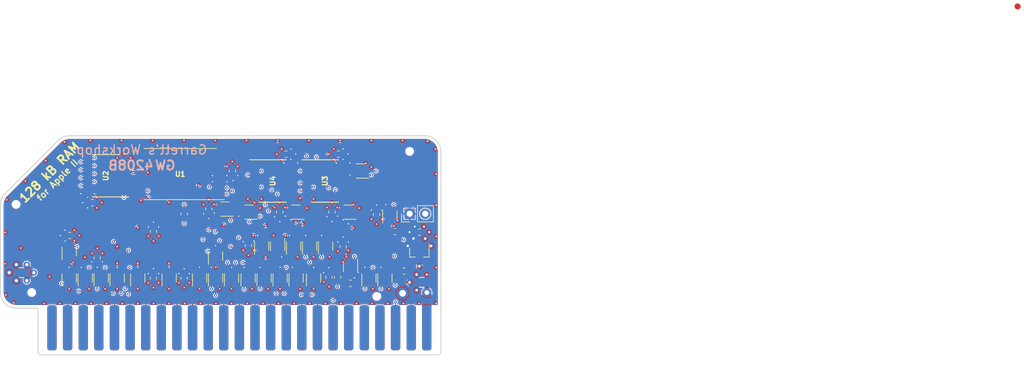
<source format=kicad_pcb>
(kicad_pcb (version 20171130) (host pcbnew "(5.1.5-0-10_14)")
  (layers (0 F.Cu signal) (1 In1.Cu power) (2 In2.Cu signal) (31 B.Cu power) (34 B.Paste user) (35 F.Paste user) (36 B.SilkS user) (37 F.SilkS user) (38 B.Mask user) (39 F.Mask user) (44 Edge.Cuts user))
  (net 0 "")
  (net 1 +5V)
  (net 2 GND)
  (net 3 /A4)
  (net 4 /D7)
  (net 5 /D6)
  (net 6 /A8)
  (net 7 /A7)
  (net 8 /A6)
  (net 9 /A5)
  (net 10 /A3)
  (net 11 /A2)
  (net 12 /A1)
  (net 13 /A0)
  (net 14 /A9)
  (net 15 /D1)
  (net 16 /D5)
  (net 17 /D0)
  (net 18 /D2)
  (net 19 /D3)
  (net 20 /D4)
  (net 21 /A10)
  (net 22 +12V)
  (net 23 -12V)
  (net 24 -5V)
  (net 25 /~IOSEL~)
  (net 26 /A11)
  (net 27 /A12)
  (net 28 /A13)
  (net 29 /A14)
  (net 30 /A15)
  (net 31 /~IOSTRB~)
  (net 32 /RDY)
  (net 33 /DMA)
  (net 34 /~NMI~)
  (net 35 /~IRQ~)
  (net 36 /~RES~)
  (net 37 /~INH~)
  (net 38 /COLORREF)
  (net 39 /7M)
  (net 40 /Q3)
  (net 41 /PHI1)
  (net 42 /USER1)
  (net 43 /PHI0)
  (net 44 /~DEVSEL~)
  (net 45 /INTin)
  (net 46 /DMAin)
  (net 47 /VIDSYNC)
  (net 48 /R~W~)
  (net 49 /DMAout)
  (net 50 "Net-(R1-Pad2)")
  (net 51 +3V3)
  (net 52 /INHOE)
  (net 53 "Net-(R3-Pad2)")
  (net 54 /~INHOE~)
  (net 55 /~A0)
  (net 56 /~A1)
  (net 57 /~A2)
  (net 58 /~A3)
  (net 59 /RR~W~)
  (net 60 /~A7)
  (net 61 "Net-(U1-Pad9)")
  (net 62 /RA16)
  (net 63 /RA15)
  (net 64 /RA14)
  (net 65 /~A6)
  (net 66 /RA12)
  (net 67 /~A5)
  (net 68 /~A4)
  (net 69 /~A8)
  (net 70 /~A9)
  (net 71 /~A10)
  (net 72 /~A11)
  (net 73 /RD4)
  (net 74 /RD5)
  (net 75 /RD6)
  (net 76 /RD7)
  (net 77 /RD0)
  (net 78 /RD1)
  (net 79 /RD2)
  (net 80 /RD3)
  (net 81 /R~CS~)
  (net 82 /RA13)
  (net 83 /BankAB)
  (net 84 /~A0XOR1~)
  (net 85 /ENRD)
  (net 86 /ENWR1)
  (net 87 /ENWR1A0)
  (net 88 /ENWR)
  (net 89 /~A2~clk)
  (net 90 "Net-(U3-Pad12)")
  (net 91 "Net-(U3-Pad15)")
  (net 92 "Net-(U3-Pad16)")
  (net 93 "Net-(U3-Pad19)")
  (net 94 "Net-(U4-Pad19)")
  (net 95 "Net-(U4-Pad16)")
  (net 96 "Net-(U4-Pad15)")
  (net 97 "Net-(U4-Pad12)")
  (net 98 /A2clk)
  (net 99 "Net-(U4-Pad9)")
  (net 100 "Net-(U5-Pad4)")
  (net 101 "Net-(U12-Pad4)")
  (net 102 "Net-(U19-Pad4)")
  (net 103 "Net-(U21-Pad2)")
  (net 104 "Net-(U21-Pad4)")
  (net 105 /R~R~W)
  (net 106 "Net-(U24-Pad2)")
  (net 107 "Net-(U26-Pad4)")
  (net 108 "Net-(U27-Pad4)")
  (net 109 /~A13)
  (net 110 /RCS)
  (net 111 "Net-(JP1-Pad2)")
  (net 112 "Net-(U22-Pad1)")
  (net 113 "Net-(U13-Pad1)")
  (net 114 "Net-(U6-Pad1)")
  (net 115 "Net-(U28-Pad1)")
  (net 116 "Net-(R2-Pad2)")
  (module stdpads:C_0603 (layer F.Cu) (at 82.75 114.9)
    (fp_text reference C16)
    (fp_text value 2u2)
    (pad 2 smd roundrect (at 0.75 0) (size 0.85 0.95) (layers F.Cu F.Paste F.Mask) (net 2 GND))
    (pad 1 smd roundrect (at -0.75 0) (size 0.85 0.95) (layers F.Cu F.Paste F.Mask) (net 51 +3V3))
  )
  (module stdpads:C_0603 (layer F.Cu) (at 105.55 109.75 90)
    (fp_text reference C15)
    (fp_text value 2u2)
    (pad 2 smd roundrect (at 0.75 0 90) (size 0.85 0.95) (layers F.Cu F.Paste F.Mask) (net 2 GND))
    (pad 1 smd roundrect (at -0.75 0 90) (size 0.85 0.95) (layers F.Cu F.Paste F.Mask) (net 51 +3V3))
  )
  (module stdpads:Fiducial (layer F.Cu) (at 233.25 82.95)
    (fp_text reference FID4)
    (fp_text value Fiducial hide)
    (pad ~ smd circle (at 0 0) (size 1 1) (layers F.Cu F.Mask) (clearance 0.575))
  )
  (module stdpads:C_0603 (layer F.Cu) (at 92.7 119.6 270)
    (fp_text reference C9)
    (fp_text value 2u2)
    (pad 2 smd roundrect (at 0.75 0 270) (size 0.85 0.95) (layers F.Cu F.Paste F.Mask) (net 2 GND))
    (pad 1 smd roundrect (at -0.75 0 270) (size 0.85 0.95) (layers F.Cu F.Paste F.Mask) (net 51 +3V3))
  )
  (module stdpads:C_0603 (layer F.Cu) (at 83.55 123.9 90)
    (fp_text reference C19)
    (fp_text value 2u2)
    (pad 2 smd roundrect (at 0.75 0 90) (size 0.85 0.95) (layers F.Cu F.Paste F.Mask) (net 2 GND))
    (pad 1 smd roundrect (at -0.75 0 90) (size 0.85 0.95) (layers F.Cu F.Paste F.Mask) (net 51 +3V3))
  )
  (module stdpads:C_0603 (layer F.Cu) (at 123.55 122.05 270)
    (fp_text reference C6)
    (fp_text value 2u2)
    (pad 2 smd roundrect (at 0.75 0 270) (size 0.85 0.95) (layers F.Cu F.Paste F.Mask) (net 2 GND))
    (pad 1 smd roundrect (at -0.75 0 270) (size 0.85 0.95) (layers F.Cu F.Paste F.Mask) (net 51 +3V3))
  )
  (module stdpads:C_0603 (layer F.Cu) (at 101.7 115.95 90)
    (fp_text reference C4)
    (fp_text value 2u2)
    (pad 2 smd roundrect (at 0.75 0 90) (size 0.85 0.95) (layers F.Cu F.Paste F.Mask) (net 2 GND))
    (pad 1 smd roundrect (at -0.75 0 90) (size 0.85 0.95) (layers F.Cu F.Paste F.Mask) (net 51 +3V3))
  )
  (module stdpads:C_0603 (layer F.Cu) (at 113.25 116.45 90)
    (fp_text reference C8)
    (fp_text value 2u2)
    (pad 2 smd roundrect (at 0.75 0 90) (size 0.85 0.95) (layers F.Cu F.Paste F.Mask) (net 2 GND))
    (pad 1 smd roundrect (at -0.75 0 90) (size 0.85 0.95) (layers F.Cu F.Paste F.Mask) (net 51 +3V3))
  )
  (module stdpads:C_0603 (layer F.Cu) (at 121.75 116.45 90)
    (fp_text reference C10)
    (fp_text value 2u2)
    (pad 2 smd roundrect (at 0.75 0 90) (size 0.85 0.95) (layers F.Cu F.Paste F.Mask) (net 2 GND))
    (pad 1 smd roundrect (at -0.75 0 90) (size 0.85 0.95) (layers F.Cu F.Paste F.Mask) (net 51 +3V3))
  )
  (module stdpads:C_0603 (layer F.Cu) (at 129 116.85 270)
    (fp_text reference C18)
    (fp_text value 2u2)
    (pad 2 smd roundrect (at 0.75 0 270) (size 0.85 0.95) (layers F.Cu F.Paste F.Mask) (net 2 GND))
    (pad 1 smd roundrect (at -0.75 0 270) (size 0.85 0.95) (layers F.Cu F.Paste F.Mask) (net 51 +3V3))
  )
  (module stdpads:C_0603 (layer F.Cu) (at 79.1 120.25)
    (fp_text reference C5)
    (fp_text value 2u2)
    (pad 2 smd roundrect (at 0.75 0) (size 0.85 0.95) (layers F.Cu F.Paste F.Mask) (net 2 GND))
    (pad 1 smd roundrect (at -0.75 0) (size 0.85 0.95) (layers F.Cu F.Paste F.Mask) (net 51 +3V3))
  )
  (module stdpads:SOT-23 (layer F.Cu) (at 135.95 123 90)
    (fp_text reference U35)
    (fp_text value XC6206PxxxMR)
    (pad 1 smd roundrect (at 1.05 0.95 270) (size 1.35 0.8) (layers F.Cu F.Paste F.Mask) (net 2 GND))
    (pad 2 smd roundrect (at 1.05 -0.95 270) (size 1.35 0.8) (layers F.Cu F.Paste F.Mask) (net 51 +3V3))
    (pad 3 smd roundrect (at -1.05 0 270) (size 1.35 0.8) (layers F.Cu F.Paste F.Mask) (net 1 +5V))
  )
  (module stdpads:SOT-353 (layer F.Cu) (at 115.9 116.45)
    (fp_text reference U8)
    (fp_text value 74LVC1G32GW)
    (pad 5 smd roundrect (at -0.85 0.65 180) (size 1 0.4) (layers F.Cu F.Paste F.Mask) (net 51 +3V3))
    (pad 4 smd roundrect (at -0.85 -0.65 180) (size 1 0.4) (layers F.Cu F.Paste F.Mask) (net 98 /A2clk))
    (pad 2 smd roundrect (at 0.85 0 180) (size 1 0.4) (layers F.Cu F.Paste F.Mask) (net 44 /~DEVSEL~))
    (pad 1 smd roundrect (at 0.85 0.65 180) (size 1 0.4) (layers F.Cu F.Paste F.Mask) (net 57 /~A2))
    (pad 3 smd roundrect (at 0.85 -0.65 180) (size 1 0.4) (layers F.Cu F.Paste F.Mask) (net 2 GND))
  )
  (module stdpads:C_0603 (layer F.Cu) (at 122.8 107 180)
    (fp_text reference C13)
    (fp_text value 2u2)
    (pad 2 smd roundrect (at 0.75 0 180) (size 0.85 0.95) (layers F.Cu F.Paste F.Mask) (net 2 GND))
    (pad 1 smd roundrect (at -0.75 0 180) (size 0.85 0.95) (layers F.Cu F.Paste F.Mask) (net 51 +3V3))
  )
  (module stdpads:C_0603 (layer F.Cu) (at 121.25 127.05 270)
    (fp_text reference C17)
    (fp_text value 2u2)
    (pad 2 smd roundrect (at 0.75 0 270) (size 0.85 0.95) (layers F.Cu F.Paste F.Mask) (net 2 GND))
    (pad 1 smd roundrect (at -0.75 0 270) (size 0.85 0.95) (layers F.Cu F.Paste F.Mask) (net 51 +3V3))
  )
  (module stdpads:C_0603 (layer F.Cu) (at 114.3 107 180)
    (fp_text reference C14)
    (fp_text value 2u2)
    (pad 2 smd roundrect (at 0.75 0 180) (size 0.85 0.95) (layers F.Cu F.Paste F.Mask) (net 2 GND))
    (pad 1 smd roundrect (at -0.75 0 180) (size 0.85 0.95) (layers F.Cu F.Paste F.Mask) (net 51 +3V3))
  )
  (module stdpads:C_0603 (layer F.Cu) (at 92.7 127.2 270)
    (fp_text reference C1)
    (fp_text value 2u2)
    (pad 2 smd roundrect (at 0.75 0 270) (size 0.85 0.95) (layers F.Cu F.Paste F.Mask) (net 2 GND))
    (pad 1 smd roundrect (at -0.75 0 270) (size 0.85 0.95) (layers F.Cu F.Paste F.Mask) (net 51 +3V3))
  )
  (module stdpads:SOT-353 (layer F.Cu) (at 84.2 127.2 270)
    (fp_text reference U9)
    (fp_text value 74LVC1G08GW)
    (pad 5 smd roundrect (at -0.85 0.65 90) (size 1 0.4) (layers F.Cu F.Paste F.Mask) (net 51 +3V3))
    (pad 4 smd roundrect (at -0.85 -0.65 90) (size 1 0.4) (layers F.Cu F.Paste F.Mask) (net 87 /ENWR1A0))
    (pad 2 smd roundrect (at 0.85 0 90) (size 1 0.4) (layers F.Cu F.Paste F.Mask) (net 13 /A0))
    (pad 1 smd roundrect (at 0.85 0.65 90) (size 1 0.4) (layers F.Cu F.Paste F.Mask) (net 86 /ENWR1))
    (pad 3 smd roundrect (at 0.85 -0.65 90) (size 1 0.4) (layers F.Cu F.Paste F.Mask) (net 2 GND))
  )
  (module stdpads:SOT-353 (layer F.Cu) (at 79 122.9 270)
    (fp_text reference U5)
    (fp_text value 74LVC1G08GW)
    (pad 5 smd roundrect (at -0.85 0.65 90) (size 1 0.4) (layers F.Cu F.Paste F.Mask) (net 51 +3V3))
    (pad 4 smd roundrect (at -0.85 -0.65 90) (size 1 0.4) (layers F.Cu F.Paste F.Mask) (net 100 "Net-(U5-Pad4)"))
    (pad 2 smd roundrect (at 0.85 0 90) (size 1 0.4) (layers F.Cu F.Paste F.Mask) (net 56 /~A1))
    (pad 1 smd roundrect (at 0.85 0.65 90) (size 1 0.4) (layers F.Cu F.Paste F.Mask) (net 55 /~A0))
    (pad 3 smd roundrect (at 0.85 -0.65 90) (size 1 0.4) (layers F.Cu F.Paste F.Mask) (net 2 GND))
  )
  (module stdpads:SOT-353 (layer F.Cu) (at 108.3 116.45)
    (fp_text reference U12)
    (fp_text value 74LVC1G08GW)
    (pad 5 smd roundrect (at -0.85 0.65 180) (size 1 0.4) (layers F.Cu F.Paste F.Mask) (net 51 +3V3))
    (pad 4 smd roundrect (at -0.85 -0.65 180) (size 1 0.4) (layers F.Cu F.Paste F.Mask) (net 101 "Net-(U12-Pad4)"))
    (pad 2 smd roundrect (at 0.85 0 180) (size 1 0.4) (layers F.Cu F.Paste F.Mask) (net 27 /A12))
    (pad 1 smd roundrect (at 0.85 0.65 180) (size 1 0.4) (layers F.Cu F.Paste F.Mask) (net 82 /RA13))
    (pad 3 smd roundrect (at 0.85 -0.65 180) (size 1 0.4) (layers F.Cu F.Paste F.Mask) (net 2 GND))
  )
  (module stdpads:SOT-363 (layer F.Cu) (at 86.8 127.2 90)
    (fp_text reference U15)
    (fp_text value 74LVC2G04GW)
    (pad 6 smd roundrect (at 0.85 -0.65 90) (size 1 0.4) (layers F.Cu F.Paste F.Mask) (net 57 /~A2))
    (pad 4 smd roundrect (at 0.85 0.65 90) (size 1 0.4) (layers F.Cu F.Paste F.Mask) (net 58 /~A3))
    (pad 2 smd roundrect (at -0.85 0 90) (size 1 0.4) (layers F.Cu F.Paste F.Mask) (net 2 GND))
    (pad 1 smd roundrect (at -0.85 -0.65 90) (size 1 0.4) (layers F.Cu F.Paste F.Mask) (net 11 /A2))
    (pad 3 smd roundrect (at -0.85 0.65 90) (size 1 0.4) (layers F.Cu F.Paste F.Mask) (net 10 /A3))
    (pad 5 smd roundrect (at 0.85 0 90) (size 1 0.4) (layers F.Cu F.Paste F.Mask) (net 51 +3V3))
  )
  (module stdpads:PasteHole_1.152mm_NPTH (layer F.Cu) (at 129.032 130.175 270)
    (fp_text reference H5)
    (fp_text value " " hide)
    (pad "" np_thru_hole circle (at 0 0 270) (size 1.152 1.152) (drill 1.152) (layers *.Cu *.Mask))
  )
  (module stdpads:AppleIIBus_Edge (layer F.Cu) (at 106.68 135.382)
    (fp_text reference J1)
    (fp_text value AppleIIBus)
    (pad 26 smd roundrect (at 30.48 -0.1 180) (size 1.524 7.34) (layers B.Cu B.Mask) (net 2 GND))
    (pad 27 smd roundrect (at 27.94 -0.1 180) (size 1.524 7.34) (layers B.Cu B.Mask) (net 46 /DMAin))
    (pad 28 smd roundrect (at 25.4 -0.1 180) (size 1.524 7.34) (layers B.Cu B.Mask) (net 45 /INTin))
    (pad 50 smd roundrect (at -30.48 -0.1 180) (size 1.524 7.34) (layers B.Cu B.Mask) (net 22 +12V))
    (pad 49 smd roundrect (at -27.94 -0.1 180) (size 1.524 7.34) (layers B.Cu B.Mask) (net 17 /D0))
    (pad 48 smd roundrect (at -25.4 -0.1 180) (size 1.524 7.34) (layers B.Cu B.Mask) (net 15 /D1))
    (pad 47 smd roundrect (at -22.86 -0.1 180) (size 1.524 7.34) (layers B.Cu B.Mask) (net 18 /D2))
    (pad 46 smd roundrect (at -20.32 -0.1 180) (size 1.524 7.34) (layers B.Cu B.Mask) (net 19 /D3))
    (pad 45 smd roundrect (at -17.78 -0.1 180) (size 1.524 7.34) (layers B.Cu B.Mask) (net 20 /D4))
    (pad 44 smd roundrect (at -15.24 -0.1 180) (size 1.524 7.34) (layers B.Cu B.Mask) (net 16 /D5))
    (pad 43 smd roundrect (at -12.7 -0.1 180) (size 1.524 7.34) (layers B.Cu B.Mask) (net 5 /D6))
    (pad 42 smd roundrect (at -10.16 -0.1 180) (size 1.524 7.34) (layers B.Cu B.Mask) (net 4 /D7))
    (pad 41 smd roundrect (at -7.62 -0.1 180) (size 1.524 7.34) (layers B.Cu B.Mask) (net 44 /~DEVSEL~))
    (pad 40 smd roundrect (at -5.08 -0.1 180) (size 1.524 7.34) (layers B.Cu B.Mask) (net 43 /PHI0))
    (pad 39 smd roundrect (at -2.54 -0.1 180) (size 1.524 7.34) (layers B.Cu B.Mask) (net 42 /USER1))
    (pad 38 smd roundrect (at 0 -0.1 180) (size 1.524 7.34) (layers B.Cu B.Mask) (net 41 /PHI1))
    (pad 37 smd roundrect (at 2.54 -0.1 180) (size 1.524 7.34) (layers B.Cu B.Mask) (net 40 /Q3))
    (pad 36 smd roundrect (at 5.08 -0.1 180) (size 1.524 7.34) (layers B.Cu B.Mask) (net 39 /7M))
    (pad 35 smd roundrect (at 7.62 -0.1 180) (size 1.524 7.34) (layers B.Cu B.Mask) (net 38 /COLORREF))
    (pad 34 smd roundrect (at 10.16 -0.1 180) (size 1.524 7.34) (layers B.Cu B.Mask) (net 24 -5V))
    (pad 33 smd roundrect (at 12.7 -0.1 180) (size 1.524 7.34) (layers B.Cu B.Mask) (net 23 -12V))
    (pad 32 smd roundrect (at 15.24 -0.1 180) (size 1.524 7.34) (layers B.Cu B.Mask) (net 37 /~INH~))
    (pad 31 smd roundrect (at 17.78 -0.1 180) (size 1.524 7.34) (layers B.Cu B.Mask) (net 36 /~RES~))
    (pad 30 smd roundrect (at 20.32 -0.1 180) (size 1.524 7.34) (layers B.Cu B.Mask) (net 35 /~IRQ~))
    (pad 29 smd roundrect (at 22.86 -0.1 180) (size 1.524 7.34) (layers B.Cu B.Mask) (net 34 /~NMI~))
    (pad 25 smd roundrect (at 30.48 -0.1 180) (size 1.524 7.34) (layers F.Cu F.Mask) (net 1 +5V))
    (pad 24 smd roundrect (at 27.94 -0.1 180) (size 1.524 7.34) (layers F.Cu F.Mask) (net 49 /DMAout))
    (pad 23 smd roundrect (at 25.4 -0.1 180) (size 1.524 7.34) (layers F.Cu F.Mask) (net 45 /INTin))
    (pad 22 smd roundrect (at 22.86 -0.1 180) (size 1.524 7.34) (layers F.Cu F.Mask) (net 33 /DMA))
    (pad 21 smd roundrect (at 20.32 -0.1 180) (size 1.524 7.34) (layers F.Cu F.Mask) (net 32 /RDY))
    (pad 20 smd roundrect (at 17.78 -0.1 180) (size 1.524 7.34) (layers F.Cu F.Mask) (net 31 /~IOSTRB~))
    (pad 19 smd roundrect (at 15.24 -0.1 180) (size 1.524 7.34) (layers F.Cu F.Mask) (net 47 /VIDSYNC))
    (pad 18 smd roundrect (at 12.7 -0.1 180) (size 1.524 7.34) (layers F.Cu F.Mask) (net 48 /R~W~))
    (pad 17 smd roundrect (at 10.16 -0.1 180) (size 1.524 7.34) (layers F.Cu F.Mask) (net 30 /A15))
    (pad 16 smd roundrect (at 7.62 -0.1 180) (size 1.524 7.34) (layers F.Cu F.Mask) (net 29 /A14))
    (pad 15 smd roundrect (at 5.08 -0.1 180) (size 1.524 7.34) (layers F.Cu F.Mask) (net 28 /A13))
    (pad 14 smd roundrect (at 2.54 -0.1 180) (size 1.524 7.34) (layers F.Cu F.Mask) (net 27 /A12))
    (pad 13 smd roundrect (at 0 -0.1 180) (size 1.524 7.34) (layers F.Cu F.Mask) (net 26 /A11))
    (pad 12 smd roundrect (at -2.54 -0.1 180) (size 1.524 7.34) (layers F.Cu F.Mask) (net 21 /A10))
    (pad 11 smd roundrect (at -5.08 -0.1 180) (size 1.524 7.34) (layers F.Cu F.Mask) (net 14 /A9))
    (pad 10 smd roundrect (at -7.62 -0.1 180) (size 1.524 7.34) (layers F.Cu F.Mask) (net 6 /A8))
    (pad 9 smd roundrect (at -10.16 -0.1 180) (size 1.524 7.34) (layers F.Cu F.Mask) (net 7 /A7))
    (pad 8 smd roundrect (at -12.7 -0.1 180) (size 1.524 7.34) (layers F.Cu F.Mask) (net 8 /A6))
    (pad 7 smd roundrect (at -15.24 -0.1 180) (size 1.524 7.34) (layers F.Cu F.Mask) (net 9 /A5))
    (pad 6 smd roundrect (at -17.78 -0.1 180) (size 1.524 7.34) (layers F.Cu F.Mask) (net 3 /A4))
    (pad 5 smd roundrect (at -20.32 -0.1 180) (size 1.524 7.34) (layers F.Cu F.Mask) (net 10 /A3))
    (pad 4 smd roundrect (at -22.86 -0.1 180) (size 1.524 7.34) (layers F.Cu F.Mask) (net 11 /A2))
    (pad 3 smd roundrect (at -25.4 -0.1 180) (size 1.524 7.34) (layers F.Cu F.Mask) (net 12 /A1))
    (pad 2 smd roundrect (at -27.94 -0.1 180) (size 1.524 7.34) (layers F.Cu F.Mask) (net 13 /A0))
    (pad 1 smd roundrect (at -30.48 -0.1 180) (size 1.524 7.34) (layers F.Cu F.Mask) (net 25 /~IOSEL~))
  )
  (module stdpads:Fiducial (layer F.Cu) (at 70.358 117.729 90)
    (fp_text reference FID2)
    (fp_text value Fiducial hide)
    (pad ~ smd circle (at 0 0 90) (size 1 1) (layers F.Cu F.Mask) (clearance 0.575))
  )
  (module stdpads:Fiducial (layer F.Cu) (at 136.906 106.553 270)
    (fp_text reference FID3)
    (fp_text value Fiducial hide)
    (pad ~ smd circle (at 0 0 270) (size 1 1) (layers F.Cu F.Mask) (clearance 0.575))
  )
  (module stdpads:Fiducial (layer F.Cu) (at 70.358 129.54)
    (fp_text reference FID1)
    (fp_text value Fiducial hide)
    (pad ~ smd circle (at 0 0) (size 1 1) (layers F.Cu F.Mask) (clearance 0.575))
  )
  (module stdpads:PasteHole_1.152mm_NPTH (layer F.Cu) (at 70.358 115.189 90)
    (fp_text reference H2)
    (fp_text value " " hide)
    (pad "" np_thru_hole circle (at 0 0 90) (size 1.152 1.152) (drill 1.152) (layers *.Cu *.Mask))
  )
  (module stdpads:PasteHole_1.152mm_NPTH (layer F.Cu) (at 134.366 106.553 270)
    (fp_text reference H3)
    (fp_text value " " hide)
    (pad "" np_thru_hole circle (at 0 0 270) (size 1.152 1.152) (drill 1.152) (layers *.Cu *.Mask))
  )
  (module stdpads:PasteHole_1.152mm_NPTH (layer F.Cu) (at 72.898 129.54)
    (fp_text reference H1)
    (fp_text value " " hide)
    (pad "" np_thru_hole circle (at 0 0) (size 1.152 1.152) (drill 1.152) (layers *.Cu *.Mask))
  )
  (module stdpads:PasteHole_1.1mm_PTH (layer F.Cu) (at 133.223 129.667)
    (fp_text reference H4)
    (fp_text value " " hide)
    (pad 1 thru_hole circle (at 0 0) (size 2 2) (drill 1.1) (layers *.Cu *.Mask) (net 2 GND))
  )
  (module stdpads:C_0805 (layer F.Cu) (at 136.31 127.889 180)
    (fp_text reference C11)
    (fp_text value 10u)
    (pad 2 smd roundrect (at 0.85 0 180) (size 1.05 1.4) (layers F.Cu F.Paste F.Mask) (net 2 GND))
    (pad 1 smd roundrect (at -0.85 0 180) (size 1.05 1.4) (layers F.Cu F.Paste F.Mask) (net 1 +5V))
  )
  (module stdpads:C_0805 (layer F.Cu) (at 71.25 126.3 180)
    (fp_text reference C12)
    (fp_text value 10u)
    (pad 2 smd roundrect (at 0.85 0 180) (size 1.05 1.4) (layers F.Cu F.Paste F.Mask) (net 2 GND))
    (pad 1 smd roundrect (at -0.85 0 180) (size 1.05 1.4) (layers F.Cu F.Paste F.Mask) (net 22 +12V))
  )
  (module stdpads:R_0603 (layer F.Cu) (at 124.75 128.05 180)
    (fp_text reference R1)
    (fp_text value 3k3)
    (pad 1 smd roundrect (at -0.8 0 180) (size 0.7 0.95) (layers F.Cu F.Paste F.Mask) (net 51 +3V3))
    (pad 2 smd roundrect (at 0.8 0 180) (size 0.7 0.95) (layers F.Cu F.Paste F.Mask) (net 50 "Net-(R1-Pad2)"))
  )
  (module stdpads:R_0603 (layer F.Cu) (at 133.45 126.05 180)
    (fp_text reference R3)
    (fp_text value 33)
    (pad 1 smd roundrect (at -0.8 0 180) (size 0.7 0.95) (layers F.Cu F.Paste F.Mask) (net 49 /DMAout))
    (pad 2 smd roundrect (at 0.8 0 180) (size 0.7 0.95) (layers F.Cu F.Paste F.Mask) (net 53 "Net-(R3-Pad2)"))
  )
  (module stdpads:R_0603 (layer F.Cu) (at 122.65 127.05 90)
    (fp_text reference R4)
    (fp_text value 33)
    (pad 1 smd roundrect (at -0.8 0 90) (size 0.7 0.95) (layers F.Cu F.Paste F.Mask) (net 37 /~INH~))
    (pad 2 smd roundrect (at 0.8 0 90) (size 0.7 0.95) (layers F.Cu F.Paste F.Mask) (net 50 "Net-(R1-Pad2)"))
  )
  (module stdpads:TSSOP-20_4.4x6.5mm_P0.65mm (layer F.Cu) (at 84.95 110.525 90)
    (fp_text reference U2)
    (fp_text value 74AHC245PW)
    (fp_text user %R (at 0 0 90) (layer F.SilkS) (effects (font (size 0.8128 0.8128) (thickness 0.2032))))
    (pad 20 smd roundrect (at -2.925 -2.95 180) (size 1.45 0.45) (layers F.Cu F.Paste F.Mask) (net 51 +3V3))
    (pad 19 smd roundrect (at -2.275 -2.95 180) (size 1.45 0.45) (layers F.Cu F.Paste F.Mask) (net 81 /R~CS~))
    (pad 18 smd roundrect (at -1.625 -2.95 180) (size 1.45 0.45) (layers F.Cu F.Paste F.Mask) (net 4 /D7))
    (pad 17 smd roundrect (at -0.975 -2.95 180) (size 1.45 0.45) (layers F.Cu F.Paste F.Mask) (net 5 /D6))
    (pad 16 smd roundrect (at -0.325 -2.95 180) (size 1.45 0.45) (layers F.Cu F.Paste F.Mask) (net 16 /D5))
    (pad 15 smd roundrect (at 0.325 -2.95 180) (size 1.45 0.45) (layers F.Cu F.Paste F.Mask) (net 20 /D4))
    (pad 14 smd roundrect (at 0.975 -2.95 180) (size 1.45 0.45) (layers F.Cu F.Paste F.Mask) (net 19 /D3))
    (pad 13 smd roundrect (at 1.625 -2.95 180) (size 1.45 0.45) (layers F.Cu F.Paste F.Mask) (net 18 /D2))
    (pad 12 smd roundrect (at 2.275 -2.95 180) (size 1.45 0.45) (layers F.Cu F.Paste F.Mask) (net 15 /D1))
    (pad 11 smd roundrect (at 2.925 -2.95 180) (size 1.45 0.45) (layers F.Cu F.Paste F.Mask) (net 17 /D0))
    (pad 10 smd roundrect (at 2.925 2.95 180) (size 1.45 0.45) (layers F.Cu F.Paste F.Mask) (net 2 GND))
    (pad 9 smd roundrect (at 2.275 2.95 180) (size 1.45 0.45) (layers F.Cu F.Paste F.Mask) (net 73 /RD4))
    (pad 8 smd roundrect (at 1.625 2.95 180) (size 1.45 0.45) (layers F.Cu F.Paste F.Mask) (net 74 /RD5))
    (pad 7 smd roundrect (at 0.975 2.95 180) (size 1.45 0.45) (layers F.Cu F.Paste F.Mask) (net 75 /RD6))
    (pad 6 smd roundrect (at 0.325 2.95 180) (size 1.45 0.45) (layers F.Cu F.Paste F.Mask) (net 76 /RD7))
    (pad 5 smd roundrect (at -0.325 2.95 180) (size 1.45 0.45) (layers F.Cu F.Paste F.Mask) (net 77 /RD0))
    (pad 4 smd roundrect (at -0.975 2.95 180) (size 1.45 0.45) (layers F.Cu F.Paste F.Mask) (net 78 /RD1))
    (pad 3 smd roundrect (at -1.625 2.95 180) (size 1.45 0.45) (layers F.Cu F.Paste F.Mask) (net 79 /RD2))
    (pad 2 smd roundrect (at -2.275 2.95 180) (size 1.45 0.45) (layers F.Cu F.Paste F.Mask) (net 80 /RD3))
    (pad 1 smd roundrect (at -2.925 2.95 180) (size 1.45 0.45) (layers F.Cu F.Paste F.Mask) (net 59 /RR~W~))
  )
  (module stdpads:TSSOP-20_4.4x6.5mm_P0.65mm (layer F.Cu) (at 112.1 111.375 270)
    (fp_text reference U4)
    (fp_text value 74HCT273PW)
    (fp_text user %R (at 0 0 90) (layer F.SilkS) (effects (font (size 0.8128 0.8128) (thickness 0.2032))))
    (pad 20 smd roundrect (at -2.925 -2.95) (size 1.45 0.45) (layers F.Cu F.Paste F.Mask) (net 51 +3V3))
    (pad 19 smd roundrect (at -2.275 -2.95) (size 1.45 0.45) (layers F.Cu F.Paste F.Mask) (net 94 "Net-(U4-Pad19)"))
    (pad 18 smd roundrect (at -1.625 -2.95) (size 1.45 0.45) (layers F.Cu F.Paste F.Mask) (net 2 GND))
    (pad 17 smd roundrect (at -0.975 -2.95) (size 1.45 0.45) (layers F.Cu F.Paste F.Mask) (net 2 GND))
    (pad 16 smd roundrect (at -0.325 -2.95) (size 1.45 0.45) (layers F.Cu F.Paste F.Mask) (net 95 "Net-(U4-Pad16)"))
    (pad 15 smd roundrect (at 0.325 -2.95) (size 1.45 0.45) (layers F.Cu F.Paste F.Mask) (net 96 "Net-(U4-Pad15)"))
    (pad 14 smd roundrect (at 0.975 -2.95) (size 1.45 0.45) (layers F.Cu F.Paste F.Mask) (net 2 GND))
    (pad 13 smd roundrect (at 1.625 -2.95) (size 1.45 0.45) (layers F.Cu F.Paste F.Mask) (net 2 GND))
    (pad 12 smd roundrect (at 2.275 -2.95) (size 1.45 0.45) (layers F.Cu F.Paste F.Mask) (net 97 "Net-(U4-Pad12)"))
    (pad 11 smd roundrect (at 2.925 -2.95) (size 1.45 0.45) (layers F.Cu F.Paste F.Mask) (net 98 /A2clk))
    (pad 10 smd roundrect (at 2.925 2.95) (size 1.45 0.45) (layers F.Cu F.Paste F.Mask) (net 2 GND))
    (pad 9 smd roundrect (at 2.275 2.95) (size 1.45 0.45) (layers F.Cu F.Paste F.Mask) (net 99 "Net-(U4-Pad9)"))
    (pad 8 smd roundrect (at 1.625 2.95) (size 1.45 0.45) (layers F.Cu F.Paste F.Mask) (net 2 GND))
    (pad 7 smd roundrect (at 0.975 2.95) (size 1.45 0.45) (layers F.Cu F.Paste F.Mask) (net 10 /A3))
    (pad 6 smd roundrect (at 0.325 2.95) (size 1.45 0.45) (layers F.Cu F.Paste F.Mask) (net 62 /RA16))
    (pad 5 smd roundrect (at -0.325 2.95) (size 1.45 0.45) (layers F.Cu F.Paste F.Mask) (net 63 /RA15))
    (pad 4 smd roundrect (at -0.975 2.95) (size 1.45 0.45) (layers F.Cu F.Paste F.Mask) (net 12 /A1))
    (pad 3 smd roundrect (at -1.625 2.95) (size 1.45 0.45) (layers F.Cu F.Paste F.Mask) (net 13 /A0))
    (pad 2 smd roundrect (at -2.275 2.95) (size 1.45 0.45) (layers F.Cu F.Paste F.Mask) (net 64 /RA14))
    (pad 1 smd roundrect (at -2.925 2.95) (size 1.45 0.45) (layers F.Cu F.Paste F.Mask) (net 36 /~RES~))
  )
  (module stdpads:TSSOP-20_4.4x6.5mm_P0.65mm (layer F.Cu) (at 120.6 111.375 270)
    (fp_text reference U3)
    (fp_text value 74HCT273PW)
    (fp_text user %R (at 0 0 90) (layer F.SilkS) (effects (font (size 0.8128 0.8128) (thickness 0.2032))))
    (pad 20 smd roundrect (at -2.925 -2.95) (size 1.45 0.45) (layers F.Cu F.Paste F.Mask) (net 51 +3V3))
    (pad 19 smd roundrect (at -2.275 -2.95) (size 1.45 0.45) (layers F.Cu F.Paste F.Mask) (net 93 "Net-(U3-Pad19)"))
    (pad 18 smd roundrect (at -1.625 -2.95) (size 1.45 0.45) (layers F.Cu F.Paste F.Mask) (net 2 GND))
    (pad 17 smd roundrect (at -0.975 -2.95) (size 1.45 0.45) (layers F.Cu F.Paste F.Mask) (net 51 +3V3))
    (pad 16 smd roundrect (at -0.325 -2.95) (size 1.45 0.45) (layers F.Cu F.Paste F.Mask) (net 92 "Net-(U3-Pad16)"))
    (pad 15 smd roundrect (at 0.325 -2.95) (size 1.45 0.45) (layers F.Cu F.Paste F.Mask) (net 91 "Net-(U3-Pad15)"))
    (pad 14 smd roundrect (at 0.975 -2.95) (size 1.45 0.45) (layers F.Cu F.Paste F.Mask) (net 2 GND))
    (pad 13 smd roundrect (at 1.625 -2.95) (size 1.45 0.45) (layers F.Cu F.Paste F.Mask) (net 2 GND))
    (pad 12 smd roundrect (at 2.275 -2.95) (size 1.45 0.45) (layers F.Cu F.Paste F.Mask) (net 90 "Net-(U3-Pad12)"))
    (pad 11 smd roundrect (at 2.925 -2.95) (size 1.45 0.45) (layers F.Cu F.Paste F.Mask) (net 89 /~A2~clk))
    (pad 10 smd roundrect (at 2.925 2.95) (size 1.45 0.45) (layers F.Cu F.Paste F.Mask) (net 2 GND))
    (pad 9 smd roundrect (at 2.275 2.95) (size 1.45 0.45) (layers F.Cu F.Paste F.Mask) (net 88 /ENWR))
    (pad 8 smd roundrect (at 1.625 2.95) (size 1.45 0.45) (layers F.Cu F.Paste F.Mask) (net 87 /ENWR1A0))
    (pad 7 smd roundrect (at 0.975 2.95) (size 1.45 0.45) (layers F.Cu F.Paste F.Mask) (net 13 /A0))
    (pad 6 smd roundrect (at 0.325 2.95) (size 1.45 0.45) (layers F.Cu F.Paste F.Mask) (net 86 /ENWR1))
    (pad 5 smd roundrect (at -0.325 2.95) (size 1.45 0.45) (layers F.Cu F.Paste F.Mask) (net 85 /ENRD))
    (pad 4 smd roundrect (at -0.975 2.95) (size 1.45 0.45) (layers F.Cu F.Paste F.Mask) (net 84 /~A0XOR1~))
    (pad 3 smd roundrect (at -1.625 2.95) (size 1.45 0.45) (layers F.Cu F.Paste F.Mask) (net 10 /A3))
    (pad 2 smd roundrect (at -2.275 2.95) (size 1.45 0.45) (layers F.Cu F.Paste F.Mask) (net 83 /BankAB))
    (pad 1 smd roundrect (at -2.925 2.95) (size 1.45 0.45) (layers F.Cu F.Paste F.Mask) (net 36 /~RES~))
  )
  (module stdpads:SOT-353 (layer F.Cu) (at 126.4 109.75)
    (fp_text reference U6)
    (fp_text value 74LVC1G32GW)
    (pad 5 smd roundrect (at -0.85 0.65 180) (size 1 0.4) (layers F.Cu F.Paste F.Mask) (net 51 +3V3))
    (pad 4 smd roundrect (at -0.85 -0.65 180) (size 1 0.4) (layers F.Cu F.Paste F.Mask) (net 84 /~A0XOR1~))
    (pad 2 smd roundrect (at 0.85 0 180) (size 1 0.4) (layers F.Cu F.Paste F.Mask) (net 100 "Net-(U5-Pad4)"))
    (pad 1 smd roundrect (at 0.85 0.65 180) (size 1 0.4) (layers F.Cu F.Paste F.Mask) (net 114 "Net-(U6-Pad1)"))
    (pad 3 smd roundrect (at 0.85 -0.65 180) (size 1 0.4) (layers F.Cu F.Paste F.Mask) (net 2 GND))
  )
  (module stdpads:SOT-353 (layer F.Cu) (at 81.6 127.2 270)
    (fp_text reference U7)
    (fp_text value 74LVC1G08GW)
    (pad 5 smd roundrect (at -0.85 0.65 90) (size 1 0.4) (layers F.Cu F.Paste F.Mask) (net 51 +3V3))
    (pad 4 smd roundrect (at -0.85 -0.65 90) (size 1 0.4) (layers F.Cu F.Paste F.Mask) (net 114 "Net-(U6-Pad1)"))
    (pad 2 smd roundrect (at 0.85 0 90) (size 1 0.4) (layers F.Cu F.Paste F.Mask) (net 12 /A1))
    (pad 1 smd roundrect (at 0.85 0.65 90) (size 1 0.4) (layers F.Cu F.Paste F.Mask) (net 13 /A0))
    (pad 3 smd roundrect (at 0.85 -0.65 90) (size 1 0.4) (layers F.Cu F.Paste F.Mask) (net 2 GND))
  )
  (module stdpads:SOT-363 (layer F.Cu) (at 79 127.2 90)
    (fp_text reference U10)
    (fp_text value 74LVC2G04GW)
    (pad 6 smd roundrect (at 0.85 -0.65 90) (size 1 0.4) (layers F.Cu F.Paste F.Mask) (net 55 /~A0))
    (pad 4 smd roundrect (at 0.85 0.65 90) (size 1 0.4) (layers F.Cu F.Paste F.Mask) (net 56 /~A1))
    (pad 2 smd roundrect (at -0.85 0 90) (size 1 0.4) (layers F.Cu F.Paste F.Mask) (net 2 GND))
    (pad 1 smd roundrect (at -0.85 -0.65 90) (size 1 0.4) (layers F.Cu F.Paste F.Mask) (net 13 /A0))
    (pad 3 smd roundrect (at -0.85 0.65 90) (size 1 0.4) (layers F.Cu F.Paste F.Mask) (net 12 /A1))
    (pad 5 smd roundrect (at 0.85 0 90) (size 1 0.4) (layers F.Cu F.Paste F.Mask) (net 51 +3V3))
  )
  (module stdpads:SOT-353 (layer F.Cu) (at 124.75 125.4 90)
    (fp_text reference U11)
    (fp_text value 74LVC1G125GW)
    (pad 5 smd roundrect (at -0.85 0.65 270) (size 1 0.4) (layers F.Cu F.Paste F.Mask) (net 51 +3V3))
    (pad 4 smd roundrect (at -0.85 -0.65 270) (size 1 0.4) (layers F.Cu F.Paste F.Mask) (net 50 "Net-(R1-Pad2)"))
    (pad 2 smd roundrect (at 0.85 0 270) (size 1 0.4) (layers F.Cu F.Paste F.Mask) (net 2 GND))
    (pad 1 smd roundrect (at 0.85 0.65 270) (size 1 0.4) (layers F.Cu F.Paste F.Mask) (net 54 /~INHOE~))
    (pad 3 smd roundrect (at 0.85 -0.65 270) (size 1 0.4) (layers F.Cu F.Paste F.Mask) (net 2 GND))
  )
  (module stdpads:SOT-353 (layer F.Cu) (at 104.35 115.95)
    (fp_text reference U13)
    (fp_text value 74LVC1G32GW)
    (pad 5 smd roundrect (at -0.85 0.65 180) (size 1 0.4) (layers F.Cu F.Paste F.Mask) (net 51 +3V3))
    (pad 4 smd roundrect (at -0.85 -0.65 180) (size 1 0.4) (layers F.Cu F.Paste F.Mask) (net 66 /RA12))
    (pad 2 smd roundrect (at 0.85 0 180) (size 1 0.4) (layers F.Cu F.Paste F.Mask) (net 101 "Net-(U12-Pad4)"))
    (pad 1 smd roundrect (at 0.85 0.65 180) (size 1 0.4) (layers F.Cu F.Paste F.Mask) (net 113 "Net-(U13-Pad1)"))
    (pad 3 smd roundrect (at 0.85 -0.65 180) (size 1 0.4) (layers F.Cu F.Paste F.Mask) (net 2 GND))
  )
  (module stdpads:SOT-353 (layer F.Cu) (at 108.1 127.2 270)
    (fp_text reference U14)
    (fp_text value 74LVC1G08GW)
    (pad 5 smd roundrect (at -0.85 0.65 90) (size 1 0.4) (layers F.Cu F.Paste F.Mask) (net 51 +3V3))
    (pad 4 smd roundrect (at -0.85 -0.65 90) (size 1 0.4) (layers F.Cu F.Paste F.Mask) (net 113 "Net-(U13-Pad1)"))
    (pad 2 smd roundrect (at 0.85 0 90) (size 1 0.4) (layers F.Cu F.Paste F.Mask) (net 83 /BankAB))
    (pad 1 smd roundrect (at 0.85 0.65 90) (size 1 0.4) (layers F.Cu F.Paste F.Mask) (net 109 /~A13))
    (pad 3 smd roundrect (at 0.85 -0.65 90) (size 1 0.4) (layers F.Cu F.Paste F.Mask) (net 2 GND))
  )
  (module stdpads:SOT-353 (layer F.Cu) (at 124.4 116.45)
    (fp_text reference U16)
    (fp_text value 74LVC1G32GW)
    (pad 5 smd roundrect (at -0.85 0.65 180) (size 1 0.4) (layers F.Cu F.Paste F.Mask) (net 51 +3V3))
    (pad 4 smd roundrect (at -0.85 -0.65 180) (size 1 0.4) (layers F.Cu F.Paste F.Mask) (net 89 /~A2~clk))
    (pad 2 smd roundrect (at 0.85 0 180) (size 1 0.4) (layers F.Cu F.Paste F.Mask) (net 44 /~DEVSEL~))
    (pad 1 smd roundrect (at 0.85 0.65 180) (size 1 0.4) (layers F.Cu F.Paste F.Mask) (net 11 /A2))
    (pad 3 smd roundrect (at 0.85 -0.65 180) (size 1 0.4) (layers F.Cu F.Paste F.Mask) (net 2 GND))
  )
  (module stdpads:SOT-363 (layer F.Cu) (at 90.15 127.2 90)
    (fp_text reference U17)
    (fp_text value 74LVC2G04GW)
    (pad 6 smd roundrect (at 0.85 -0.65 90) (size 1 0.4) (layers F.Cu F.Paste F.Mask) (net 68 /~A4))
    (pad 4 smd roundrect (at 0.85 0.65 90) (size 1 0.4) (layers F.Cu F.Paste F.Mask) (net 67 /~A5))
    (pad 2 smd roundrect (at -0.85 0 90) (size 1 0.4) (layers F.Cu F.Paste F.Mask) (net 2 GND))
    (pad 1 smd roundrect (at -0.85 -0.65 90) (size 1 0.4) (layers F.Cu F.Paste F.Mask) (net 3 /A4))
    (pad 3 smd roundrect (at -0.85 0.65 90) (size 1 0.4) (layers F.Cu F.Paste F.Mask) (net 9 /A5))
    (pad 5 smd roundrect (at 0.85 0 90) (size 1 0.4) (layers F.Cu F.Paste F.Mask) (net 51 +3V3))
  )
  (module stdpads:SOT-363 (layer F.Cu) (at 95.25 127.2 90)
    (fp_text reference U18)
    (fp_text value 74LVC2G04GW)
    (pad 6 smd roundrect (at 0.85 -0.65 90) (size 1 0.4) (layers F.Cu F.Paste F.Mask) (net 65 /~A6))
    (pad 4 smd roundrect (at 0.85 0.65 90) (size 1 0.4) (layers F.Cu F.Paste F.Mask) (net 60 /~A7))
    (pad 2 smd roundrect (at -0.85 0 90) (size 1 0.4) (layers F.Cu F.Paste F.Mask) (net 2 GND))
    (pad 1 smd roundrect (at -0.85 -0.65 90) (size 1 0.4) (layers F.Cu F.Paste F.Mask) (net 8 /A6))
    (pad 3 smd roundrect (at -0.85 0.65 90) (size 1 0.4) (layers F.Cu F.Paste F.Mask) (net 7 /A7))
    (pad 5 smd roundrect (at 0.85 0 90) (size 1 0.4) (layers F.Cu F.Paste F.Mask) (net 51 +3V3))
  )
  (module stdpads:SOT-363 (layer F.Cu) (at 100.2 127.2 90)
    (fp_text reference U20)
    (fp_text value 74LVC2G04GW)
    (pad 6 smd roundrect (at 0.85 -0.65 90) (size 1 0.4) (layers F.Cu F.Paste F.Mask) (net 69 /~A8))
    (pad 4 smd roundrect (at 0.85 0.65 90) (size 1 0.4) (layers F.Cu F.Paste F.Mask) (net 70 /~A9))
    (pad 2 smd roundrect (at -0.85 0 90) (size 1 0.4) (layers F.Cu F.Paste F.Mask) (net 2 GND))
    (pad 1 smd roundrect (at -0.85 -0.65 90) (size 1 0.4) (layers F.Cu F.Paste F.Mask) (net 6 /A8))
    (pad 3 smd roundrect (at -0.85 0.65 90) (size 1 0.4) (layers F.Cu F.Paste F.Mask) (net 14 /A9))
    (pad 5 smd roundrect (at 0.85 0 90) (size 1 0.4) (layers F.Cu F.Paste F.Mask) (net 51 +3V3))
  )
  (module stdpads:SOT-353 (layer F.Cu) (at 130.35 127.2 270)
    (fp_text reference U22)
    (fp_text value 74LVC1G08GW)
    (pad 5 smd roundrect (at -0.85 0.65 90) (size 1 0.4) (layers F.Cu F.Paste F.Mask) (net 51 +3V3))
    (pad 4 smd roundrect (at -0.85 -0.65 90) (size 1 0.4) (layers F.Cu F.Paste F.Mask) (net 53 "Net-(R3-Pad2)"))
    (pad 2 smd roundrect (at 0.85 0 90) (size 1 0.4) (layers F.Cu F.Paste F.Mask) (net 46 /DMAin))
    (pad 1 smd roundrect (at 0.85 0.65 90) (size 1 0.4) (layers F.Cu F.Paste F.Mask) (net 112 "Net-(U22-Pad1)"))
    (pad 3 smd roundrect (at 0.85 -0.65 90) (size 1 0.4) (layers F.Cu F.Paste F.Mask) (net 2 GND))
  )
  (module stdpads:SOT-363 (layer F.Cu) (at 105.4 127.2 90)
    (fp_text reference U25)
    (fp_text value 74LVC2G04GW)
    (pad 6 smd roundrect (at 0.85 -0.65 90) (size 1 0.4) (layers F.Cu F.Paste F.Mask) (net 71 /~A10))
    (pad 4 smd roundrect (at 0.85 0.65 90) (size 1 0.4) (layers F.Cu F.Paste F.Mask) (net 72 /~A11))
    (pad 2 smd roundrect (at -0.85 0 90) (size 1 0.4) (layers F.Cu F.Paste F.Mask) (net 2 GND))
    (pad 1 smd roundrect (at -0.85 -0.65 90) (size 1 0.4) (layers F.Cu F.Paste F.Mask) (net 21 /A10))
    (pad 3 smd roundrect (at -0.85 0.65 90) (size 1 0.4) (layers F.Cu F.Paste F.Mask) (net 26 /A11))
    (pad 5 smd roundrect (at 0.85 0 90) (size 1 0.4) (layers F.Cu F.Paste F.Mask) (net 51 +3V3))
  )
  (module stdpads:SOT-353 (layer F.Cu) (at 115.9 127.2 270)
    (fp_text reference U26)
    (fp_text value 74LVC1G08GW)
    (pad 5 smd roundrect (at -0.85 0.65 90) (size 1 0.4) (layers F.Cu F.Paste F.Mask) (net 51 +3V3))
    (pad 4 smd roundrect (at -0.85 -0.65 90) (size 1 0.4) (layers F.Cu F.Paste F.Mask) (net 107 "Net-(U26-Pad4)"))
    (pad 2 smd roundrect (at 0.85 0 90) (size 1 0.4) (layers F.Cu F.Paste F.Mask) (net 30 /A15))
    (pad 1 smd roundrect (at 0.85 0.65 90) (size 1 0.4) (layers F.Cu F.Paste F.Mask) (net 29 /A14))
    (pad 3 smd roundrect (at 0.85 -0.65 90) (size 1 0.4) (layers F.Cu F.Paste F.Mask) (net 2 GND))
  )
  (module stdpads:SOT-353 (layer F.Cu) (at 127.75 127.2 270)
    (fp_text reference U27)
    (fp_text value 74LVC1G08GW)
    (pad 5 smd roundrect (at -0.85 0.65 90) (size 1 0.4) (layers F.Cu F.Paste F.Mask) (net 51 +3V3))
    (pad 4 smd roundrect (at -0.85 -0.65 90) (size 1 0.4) (layers F.Cu F.Paste F.Mask) (net 108 "Net-(U27-Pad4)"))
    (pad 2 smd roundrect (at 0.85 0 90) (size 1 0.4) (layers F.Cu F.Paste F.Mask) (net 46 /DMAin))
    (pad 1 smd roundrect (at 0.85 0.65 90) (size 1 0.4) (layers F.Cu F.Paste F.Mask) (net 52 /INHOE))
    (pad 3 smd roundrect (at 0.85 -0.65 90) (size 1 0.4) (layers F.Cu F.Paste F.Mask) (net 2 GND))
  )
  (module stdpads:SOT-363 (layer F.Cu) (at 113.3 127.2 90)
    (fp_text reference U29)
    (fp_text value 74LVC2G04GW)
    (pad 6 smd roundrect (at 0.85 -0.65 90) (size 1 0.4) (layers F.Cu F.Paste F.Mask) (net 109 /~A13))
    (pad 4 smd roundrect (at 0.85 0.65 90) (size 1 0.4) (layers F.Cu F.Paste F.Mask) (net 82 /RA13))
    (pad 2 smd roundrect (at -0.85 0 90) (size 1 0.4) (layers F.Cu F.Paste F.Mask) (net 2 GND))
    (pad 1 smd roundrect (at -0.85 -0.65 90) (size 1 0.4) (layers F.Cu F.Paste F.Mask) (net 28 /A13))
    (pad 3 smd roundrect (at -0.85 0.65 90) (size 1 0.4) (layers F.Cu F.Paste F.Mask) (net 109 /~A13))
    (pad 5 smd roundrect (at 0.85 0 90) (size 1 0.4) (layers F.Cu F.Paste F.Mask) (net 51 +3V3))
  )
  (module stdpads:SOT-353 (layer F.Cu) (at 102.8 127.2 270)
    (fp_text reference U30)
    (fp_text value 74LVC1G08GW)
    (pad 5 smd roundrect (at -0.85 0.65 90) (size 1 0.4) (layers F.Cu F.Paste F.Mask) (net 51 +3V3))
    (pad 4 smd roundrect (at -0.85 -0.65 90) (size 1 0.4) (layers F.Cu F.Paste F.Mask) (net 110 /RCS))
    (pad 2 smd roundrect (at 0.85 0 90) (size 1 0.4) (layers F.Cu F.Paste F.Mask) (net 43 /PHI0))
    (pad 1 smd roundrect (at 0.85 0.65 90) (size 1 0.4) (layers F.Cu F.Paste F.Mask) (net 108 "Net-(U27-Pad4)"))
    (pad 3 smd roundrect (at 0.85 -0.65 90) (size 1 0.4) (layers F.Cu F.Paste F.Mask) (net 2 GND))
  )
  (module stdpads:SOT-363 (layer F.Cu) (at 102.8 123.65 90)
    (fp_text reference U31)
    (fp_text value 74LVC2G04GW)
    (pad 6 smd roundrect (at 0.85 -0.65 90) (size 1 0.4) (layers F.Cu F.Paste F.Mask) (net 54 /~INHOE~))
    (pad 4 smd roundrect (at 0.85 0.65 90) (size 1 0.4) (layers F.Cu F.Paste F.Mask) (net 116 "Net-(R2-Pad2)"))
    (pad 2 smd roundrect (at -0.85 0 90) (size 1 0.4) (layers F.Cu F.Paste F.Mask) (net 2 GND))
    (pad 1 smd roundrect (at -0.85 -0.65 90) (size 1 0.4) (layers F.Cu F.Paste F.Mask) (net 52 /INHOE))
    (pad 3 smd roundrect (at -0.85 0.65 90) (size 1 0.4) (layers F.Cu F.Paste F.Mask) (net 110 /RCS))
    (pad 5 smd roundrect (at 0.85 0 90) (size 1 0.4) (layers F.Cu F.Paste F.Mask) (net 51 +3V3))
  )
  (module stdpads:SOT-353 (layer F.Cu) (at 110.7 127.2 270)
    (fp_text reference U32)
    (fp_text value 74LVC1G32GW)
    (pad 5 smd roundrect (at -0.85 0.65 90) (size 1 0.4) (layers F.Cu F.Paste F.Mask) (net 51 +3V3))
    (pad 4 smd roundrect (at -0.85 -0.65 90) (size 1 0.4) (layers F.Cu F.Paste F.Mask) (net 115 "Net-(U28-Pad1)"))
    (pad 2 smd roundrect (at 0.85 0 90) (size 1 0.4) (layers F.Cu F.Paste F.Mask) (net 27 /A12))
    (pad 1 smd roundrect (at 0.85 0.65 90) (size 1 0.4) (layers F.Cu F.Paste F.Mask) (net 28 /A13))
    (pad 3 smd roundrect (at 0.85 -0.65 90) (size 1 0.4) (layers F.Cu F.Paste F.Mask) (net 2 GND))
  )
  (module stdpads:SOT-363 (layer F.Cu) (at 118.75 127.2 90)
    (fp_text reference U33)
    (fp_text value 74LVC2G04GW)
    (pad 6 smd roundrect (at 0.85 -0.65 90) (size 1 0.4) (layers F.Cu F.Paste F.Mask) (net 59 /RR~W~))
    (pad 4 smd roundrect (at 0.85 0.65 90) (size 1 0.4) (layers F.Cu F.Paste F.Mask) (net 105 /R~R~W))
    (pad 2 smd roundrect (at -0.85 0 90) (size 1 0.4) (layers F.Cu F.Paste F.Mask) (net 2 GND))
    (pad 1 smd roundrect (at -0.85 -0.65 90) (size 1 0.4) (layers F.Cu F.Paste F.Mask) (net 105 /R~R~W))
    (pad 3 smd roundrect (at -0.85 0.65 90) (size 1 0.4) (layers F.Cu F.Paste F.Mask) (net 48 /R~W~))
    (pad 5 smd roundrect (at 0.85 0 90) (size 1 0.4) (layers F.Cu F.Paste F.Mask) (net 51 +3V3))
  )
  (module Connector_PinHeader_2.54mm:PinHeader_1x02_P2.54mm_Vertical (layer F.Cu) (at 134.366 116.713 90)
    (fp_text reference JP1 hide)
    (fp_text value "Disable DMA Gate")
    (pad 2 thru_hole oval (at 0 2.54 90) (size 1.7 1.7) (drill 1) (layers *.Cu *.Mask) (net 111 "Net-(JP1-Pad2)"))
    (pad 1 thru_hole rect (at 0 0 90) (size 1.7 1.7) (drill 1) (layers *.Cu *.Mask) (net 51 +3V3))
  )
  (module stdpads:C_0603 (layer F.Cu) (at 97.7 127.2 270)
    (fp_text reference C2)
    (fp_text value 2u2)
    (pad 2 smd roundrect (at 0.75 0 270) (size 0.85 0.95) (layers F.Cu F.Paste F.Mask) (net 2 GND))
    (pad 1 smd roundrect (at -0.75 0 270) (size 0.85 0.95) (layers F.Cu F.Paste F.Mask) (net 51 +3V3))
  )
  (module stdpads:C_0603 (layer F.Cu) (at 135.95 119.7)
    (fp_text reference C3)
    (fp_text value 2u2)
    (pad 2 smd roundrect (at 0.75 0) (size 0.85 0.95) (layers F.Cu F.Paste F.Mask) (net 2 GND))
    (pad 1 smd roundrect (at -0.75 0) (size 0.85 0.95) (layers F.Cu F.Paste F.Mask) (net 51 +3V3))
  )
  (module stdpads:SOT-353 (layer F.Cu) (at 112.9 122 90)
    (fp_text reference U21)
    (fp_text value 74LVC1G32GW)
    (pad 5 smd roundrect (at -0.85 0.65 270) (size 1 0.4) (layers F.Cu F.Paste F.Mask) (net 51 +3V3))
    (pad 4 smd roundrect (at -0.85 -0.65 270) (size 1 0.4) (layers F.Cu F.Paste F.Mask) (net 104 "Net-(U21-Pad4)"))
    (pad 2 smd roundrect (at 0.85 0 270) (size 1 0.4) (layers F.Cu F.Paste F.Mask) (net 103 "Net-(U21-Pad2)"))
    (pad 1 smd roundrect (at 0.85 0.65 270) (size 1 0.4) (layers F.Cu F.Paste F.Mask) (net 102 "Net-(U19-Pad4)"))
    (pad 3 smd roundrect (at 0.85 -0.65 270) (size 1 0.4) (layers F.Cu F.Paste F.Mask) (net 2 GND))
  )
  (module stdpads:SOT-353 (layer F.Cu) (at 110.3 122 270)
    (fp_text reference U24)
    (fp_text value 74LVC1G08GW)
    (pad 5 smd roundrect (at -0.85 0.65 90) (size 1 0.4) (layers F.Cu F.Paste F.Mask) (net 51 +3V3))
    (pad 4 smd roundrect (at -0.85 -0.65 90) (size 1 0.4) (layers F.Cu F.Paste F.Mask) (net 52 /INHOE))
    (pad 2 smd roundrect (at 0.85 0 90) (size 1 0.4) (layers F.Cu F.Paste F.Mask) (net 106 "Net-(U24-Pad2)"))
    (pad 1 smd roundrect (at 0.85 0.65 90) (size 1 0.4) (layers F.Cu F.Paste F.Mask) (net 104 "Net-(U21-Pad4)"))
    (pad 3 smd roundrect (at 0.85 -0.65 90) (size 1 0.4) (layers F.Cu F.Paste F.Mask) (net 2 GND))
  )
  (module stdpads:R_0603 (layer F.Cu) (at 131.95 119.6)
    (fp_text reference R6)
    (fp_text value 3k3)
    (pad 1 smd roundrect (at -0.8 0) (size 0.7 0.95) (layers F.Cu F.Paste F.Mask) (net 111 "Net-(JP1-Pad2)"))
    (pad 2 smd roundrect (at 0.8 0) (size 0.7 0.95) (layers F.Cu F.Paste F.Mask) (net 2 GND))
  )
  (module stdpads:SOT-353 (layer F.Cu) (at 118.1 122 270)
    (fp_text reference U19)
    (fp_text value 74LVC1G08GW)
    (pad 5 smd roundrect (at -0.85 0.65 90) (size 1 0.4) (layers F.Cu F.Paste F.Mask) (net 51 +3V3))
    (pad 4 smd roundrect (at -0.85 -0.65 90) (size 1 0.4) (layers F.Cu F.Paste F.Mask) (net 102 "Net-(U19-Pad4)"))
    (pad 2 smd roundrect (at 0.85 0 90) (size 1 0.4) (layers F.Cu F.Paste F.Mask) (net 59 /RR~W~))
    (pad 1 smd roundrect (at 0.85 0.65 90) (size 1 0.4) (layers F.Cu F.Paste F.Mask) (net 85 /ENRD))
    (pad 3 smd roundrect (at 0.85 -0.65 90) (size 1 0.4) (layers F.Cu F.Paste F.Mask) (net 2 GND))
  )
  (module stdpads:SOT-353 (layer F.Cu) (at 120.7 122 270)
    (fp_text reference U23)
    (fp_text value 74LVC1G08GW)
    (pad 5 smd roundrect (at -0.85 0.65 90) (size 1 0.4) (layers F.Cu F.Paste F.Mask) (net 51 +3V3))
    (pad 4 smd roundrect (at -0.85 -0.65 90) (size 1 0.4) (layers F.Cu F.Paste F.Mask) (net 103 "Net-(U21-Pad2)"))
    (pad 2 smd roundrect (at 0.85 0 90) (size 1 0.4) (layers F.Cu F.Paste F.Mask) (net 105 /R~R~W))
    (pad 1 smd roundrect (at 0.85 0.65 90) (size 1 0.4) (layers F.Cu F.Paste F.Mask) (net 88 /ENWR))
    (pad 3 smd roundrect (at 0.85 -0.65 90) (size 1 0.4) (layers F.Cu F.Paste F.Mask) (net 2 GND))
  )
  (module stdpads:SOT-353 (layer F.Cu) (at 115.5 122 270)
    (fp_text reference U28)
    (fp_text value 74LVC1G08GW)
    (pad 5 smd roundrect (at -0.85 0.65 90) (size 1 0.4) (layers F.Cu F.Paste F.Mask) (net 51 +3V3))
    (pad 4 smd roundrect (at -0.85 -0.65 90) (size 1 0.4) (layers F.Cu F.Paste F.Mask) (net 106 "Net-(U24-Pad2)"))
    (pad 2 smd roundrect (at 0.85 0 90) (size 1 0.4) (layers F.Cu F.Paste F.Mask) (net 107 "Net-(U26-Pad4)"))
    (pad 1 smd roundrect (at 0.85 0.65 90) (size 1 0.4) (layers F.Cu F.Paste F.Mask) (net 115 "Net-(U28-Pad1)"))
    (pad 3 smd roundrect (at 0.85 -0.65 90) (size 1 0.4) (layers F.Cu F.Paste F.Mask) (net 2 GND))
  )
  (module stdpads:SOT-353 (layer F.Cu) (at 131.15 116.95 270)
    (fp_text reference U34)
    (fp_text value 74LVC1G32GW)
    (pad 5 smd roundrect (at -0.85 0.65 90) (size 1 0.4) (layers F.Cu F.Paste F.Mask) (net 51 +3V3))
    (pad 4 smd roundrect (at -0.85 -0.65 90) (size 1 0.4) (layers F.Cu F.Paste F.Mask) (net 112 "Net-(U22-Pad1)"))
    (pad 2 smd roundrect (at 0.85 0 90) (size 1 0.4) (layers F.Cu F.Paste F.Mask) (net 111 "Net-(JP1-Pad2)"))
    (pad 1 smd roundrect (at 0.85 0.65 90) (size 1 0.4) (layers F.Cu F.Paste F.Mask) (net 54 /~INHOE~))
    (pad 3 smd roundrect (at 0.85 -0.65 90) (size 1 0.4) (layers F.Cu F.Paste F.Mask) (net 2 GND))
  )
  (module stdpads:C_0603 (layer F.Cu) (at 108.15 121.9 270)
    (fp_text reference C7)
    (fp_text value 2u2)
    (pad 2 smd roundrect (at 0.75 0 270) (size 0.85 0.95) (layers F.Cu F.Paste F.Mask) (net 2 GND))
    (pad 1 smd roundrect (at -0.75 0 270) (size 0.85 0.95) (layers F.Cu F.Paste F.Mask) (net 51 +3V3))
  )
  (module stdpads:TSOP-I-32_11.8x8mm_P0.5mm (layer F.Cu) (at 97.05 110.25 180)
    (fp_text reference U1)
    (fp_text value LY62W1024)
    (fp_text user %R (at 0 0) (layer F.SilkS) (effects (font (size 0.8128 0.8128) (thickness 0.2032))))
    (pad 32 smd roundrect (at 6.425 -3.75 180) (size 1.55 0.3) (layers F.Cu F.Paste F.Mask) (net 2 GND))
    (pad 31 smd roundrect (at 6.425 -3.25 180) (size 1.55 0.3) (layers F.Cu F.Paste F.Mask) (net 55 /~A0))
    (pad 30 smd roundrect (at 6.425 -2.75 180) (size 1.55 0.3) (layers F.Cu F.Paste F.Mask) (net 81 /R~CS~))
    (pad 29 smd roundrect (at 6.425 -2.25 180) (size 1.55 0.3) (layers F.Cu F.Paste F.Mask) (net 80 /RD3))
    (pad 28 smd roundrect (at 6.425 -1.75 180) (size 1.55 0.3) (layers F.Cu F.Paste F.Mask) (net 79 /RD2))
    (pad 27 smd roundrect (at 6.425 -1.25 180) (size 1.55 0.3) (layers F.Cu F.Paste F.Mask) (net 78 /RD1))
    (pad 26 smd roundrect (at 6.425 -0.75 180) (size 1.55 0.3) (layers F.Cu F.Paste F.Mask) (net 77 /RD0))
    (pad 25 smd roundrect (at 6.425 -0.25 180) (size 1.55 0.3) (layers F.Cu F.Paste F.Mask) (net 76 /RD7))
    (pad 24 smd roundrect (at 6.425 0.25 180) (size 1.55 0.3) (layers F.Cu F.Paste F.Mask) (net 2 GND))
    (pad 23 smd roundrect (at 6.425 0.75 180) (size 1.55 0.3) (layers F.Cu F.Paste F.Mask) (net 75 /RD6))
    (pad 22 smd roundrect (at 6.425 1.25 180) (size 1.55 0.3) (layers F.Cu F.Paste F.Mask) (net 74 /RD5))
    (pad 21 smd roundrect (at 6.425 1.75 180) (size 1.55 0.3) (layers F.Cu F.Paste F.Mask) (net 73 /RD4))
    (pad 20 smd roundrect (at 6.425 2.25 180) (size 1.55 0.3) (layers F.Cu F.Paste F.Mask) (net 56 /~A1))
    (pad 19 smd roundrect (at 6.425 2.75 180) (size 1.55 0.3) (layers F.Cu F.Paste F.Mask) (net 57 /~A2))
    (pad 18 smd roundrect (at 6.425 3.25 180) (size 1.55 0.3) (layers F.Cu F.Paste F.Mask) (net 58 /~A3))
    (pad 17 smd roundrect (at 6.425 3.75 180) (size 1.55 0.3) (layers F.Cu F.Paste F.Mask) (net 68 /~A4))
    (pad 16 smd roundrect (at -6.425 3.75 180) (size 1.55 0.3) (layers F.Cu F.Paste F.Mask) (net 64 /RA14))
    (pad 15 smd roundrect (at -6.425 3.25 180) (size 1.55 0.3) (layers F.Cu F.Paste F.Mask) (net 63 /RA15))
    (pad 14 smd roundrect (at -6.425 2.75 180) (size 1.55 0.3) (layers F.Cu F.Paste F.Mask) (net 62 /RA16))
    (pad 13 smd roundrect (at -6.425 2.25 180) (size 1.55 0.3) (layers F.Cu F.Paste F.Mask) (net 67 /~A5))
    (pad 12 smd roundrect (at -6.425 1.75 180) (size 1.55 0.3) (layers F.Cu F.Paste F.Mask) (net 65 /~A6))
    (pad 11 smd roundrect (at -6.425 1.25 180) (size 1.55 0.3) (layers F.Cu F.Paste F.Mask) (net 60 /~A7))
    (pad 10 smd roundrect (at -6.425 0.75 180) (size 1.55 0.3) (layers F.Cu F.Paste F.Mask) (net 69 /~A8))
    (pad 9 smd roundrect (at -6.425 0.25 180) (size 1.55 0.3) (layers F.Cu F.Paste F.Mask) (net 61 "Net-(U1-Pad9)"))
    (pad 8 smd roundrect (at -6.425 -0.25 180) (size 1.55 0.3) (layers F.Cu F.Paste F.Mask) (net 51 +3V3))
    (pad 7 smd roundrect (at -6.425 -0.75 180) (size 1.55 0.3) (layers F.Cu F.Paste F.Mask) (net 70 /~A9))
    (pad 6 smd roundrect (at -6.425 -1.25 180) (size 1.55 0.3) (layers F.Cu F.Paste F.Mask) (net 51 +3V3))
    (pad 5 smd roundrect (at -6.425 -1.75 180) (size 1.55 0.3) (layers F.Cu F.Paste F.Mask) (net 59 /RR~W~))
    (pad 4 smd roundrect (at -6.425 -2.25 180) (size 1.55 0.3) (layers F.Cu F.Paste F.Mask) (net 71 /~A10))
    (pad 3 smd roundrect (at -6.425 -2.75 180) (size 1.55 0.3) (layers F.Cu F.Paste F.Mask) (net 72 /~A11))
    (pad 2 smd roundrect (at -6.425 -3.25 180) (size 1.55 0.3) (layers F.Cu F.Paste F.Mask) (net 82 /RA13))
    (pad 1 smd roundrect (at -6.425 -3.75 180) (size 1.55 0.3) (layers F.Cu F.Paste F.Mask) (net 66 /RA12))
  )
  (module stdpads:R_0603 (layer F.Cu) (at 97.7 116.75 270)
    (fp_text reference R2)
    (fp_text value 33)
    (pad 2 smd roundrect (at 0.8 0 270) (size 0.7 0.95) (layers F.Cu F.Paste F.Mask) (net 116 "Net-(R2-Pad2)"))
    (pad 1 smd roundrect (at -0.8 0 270) (size 0.7 0.95) (layers F.Cu F.Paste F.Mask) (net 81 /R~CS~))
  )
  (gr_text "128 kB RAM" (at 75.819 109.982 45) (layer F.SilkS) (effects (font (size 1.4 1.4) (thickness 0.3))))
  (gr_text "for Apple II" (at 77.089 111.252 45) (layer F.SilkS) (effects (font (size 1.016 1.016) (thickness 0.2))))
  (gr_text "Garrett’s Workshop" (at 90.805 106.299) (layer B.SilkS) (effects (font (size 1.5 1.5) (thickness 0.225)) (justify mirror)))
  (gr_line (start 139.446 106.553) (end 139.446 132.08) (layer Edge.Cuts) (width 0.15))
  (gr_line (start 68.326001 113.664999) (end 77.47 104.521) (layer Edge.Cuts) (width 0.15))
  (gr_line (start 67.818 115.189) (end 67.818 129.54) (layer Edge.Cuts) (width 0.15))
  (gr_arc (start 78.994 106.553) (end 78.994 104.013) (angle -36.86989765) (layer Edge.Cuts) (width 0.15))
  (gr_line (start 78.994 104.013) (end 136.906 104.013) (layer Edge.Cuts) (width 0.15))
  (gr_line (start 70.358 132.08) (end 73.914 132.08) (layer Edge.Cuts) (width 0.15))
  (gr_arc (start 70.358 115.189) (end 67.818 115.189) (angle 36.86992923) (layer Edge.Cuts) (width 0.15))
  (gr_arc (start 136.906 106.553) (end 139.446 106.553) (angle -90) (layer Edge.Cuts) (width 0.15))
  (gr_text GW (at 94.615 108.839) (layer B.SilkS) (effects (font (size 1.524 1.524) (thickness 0.3)) (justify mirror)))
  (gr_line (start 139.446 132.08) (end 139.446 139.192) (layer Edge.Cuts) (width 0.15))
  (gr_arc (start 70.358 129.54) (end 67.818 129.54) (angle -90) (layer Edge.Cuts) (width 0.15))
  (gr_text 4208B (at 89.027 108.839) (layer B.SilkS) (effects (font (size 1.524 1.524) (thickness 0.3)) (justify mirror)))
  (gr_line (start 73.914 132.08) (end 73.914 139.192) (layer Edge.Cuts) (width 0.15))
  (gr_arc (start 138.938 139.192) (end 138.938 139.7) (angle -90) (layer Edge.Cuts) (width 0.15))
  (gr_arc (start 74.422 139.192) (end 73.914 139.192) (angle -90) (layer Edge.Cuts) (width 0.15))
  (gr_line (start 138.938 139.7) (end 74.422 139.7) (layer Edge.Cuts) (width 0.15))
  (via (at 137.16 129.54) (size 1.524) (drill 0.762) (layers F.Cu B.Cu) (net 1))
  (segment (start 137.16 135.382) (end 137.16 129.54) (width 1.524) (layer F.Cu) (net 1))
  (via (at 137.16 126.619) (size 0.6) (drill 0.3) (layers F.Cu B.Cu) (net 1))
  (segment (start 137.16 127.889) (end 137.16 126.619) (width 0.762) (layer F.Cu) (net 1))
  (segment (start 137.16 127.889) (end 137.16 129.54) (width 0.762) (layer F.Cu) (net 1))
  (via (at 135.95 125.25) (size 0.8) (drill 0.4) (layers F.Cu B.Cu) (net 1))
  (segment (start 135.95 124.05) (end 135.95 125.25) (width 0.8) (layer F.Cu) (net 1))
  (segment (start 137.16 126.46) (end 137.16 126.619) (width 0.8) (layer F.Cu) (net 1))
  (segment (start 135.95 125.25) (end 137.16 126.46) (width 0.8) (layer F.Cu) (net 1))
  (segment (start 135.95 125.409) (end 135.95 125.25) (width 0.8) (layer F.Cu) (net 1))
  (segment (start 137.16 126.619) (end 135.95 125.409) (width 0.8) (layer F.Cu) (net 1))
  (via (at 68.834 114.427) (size 0.5) (drill 0.2) (layers F.Cu B.Cu) (net 2))
  (via (at 68.58 124.841) (size 0.5) (drill 0.2) (layers F.Cu B.Cu) (net 2))
  (via (at 117.983 104.775) (size 0.5) (drill 0.2) (layers F.Cu B.Cu) (net 2))
  (via (at 112.903 104.775) (size 0.5) (drill 0.2) (layers F.Cu B.Cu) (net 2))
  (via (at 107.823 104.775) (size 0.5) (drill 0.2) (layers F.Cu B.Cu) (net 2))
  (via (at 102.743 104.775) (size 0.5) (drill 0.2) (layers F.Cu B.Cu) (net 2))
  (via (at 97.663 104.775) (size 0.5) (drill 0.2) (layers F.Cu B.Cu) (net 2))
  (via (at 92.583 104.775) (size 0.5) (drill 0.2) (layers F.Cu B.Cu) (net 2))
  (via (at 69.977 131.191) (size 0.5) (drill 0.2) (layers F.Cu B.Cu) (net 2))
  (via (at 68.707 129.921) (size 0.5) (drill 0.2) (layers F.Cu B.Cu) (net 2))
  (via (at 138.557 106.172) (size 0.5) (drill 0.2) (layers F.Cu B.Cu) (net 2))
  (via (at 137.287 104.902) (size 0.5) (drill 0.2) (layers F.Cu B.Cu) (net 2))
  (via (at 102.87 131.318) (size 0.5) (drill 0.2) (layers F.Cu B.Cu) (net 2))
  (via (at 105.41 131.318) (size 0.5) (drill 0.2) (layers F.Cu B.Cu) (net 2))
  (via (at 107.95 131.318) (size 0.5) (drill 0.2) (layers F.Cu B.Cu) (net 2))
  (via (at 110.49 131.318) (size 0.5) (drill 0.2) (layers F.Cu B.Cu) (net 2))
  (via (at 113.03 131.318) (size 0.5) (drill 0.2) (layers F.Cu B.Cu) (net 2))
  (via (at 115.57 131.318) (size 0.5) (drill 0.2) (layers F.Cu B.Cu) (net 2))
  (via (at 118.11 131.318) (size 0.5) (drill 0.2) (layers F.Cu B.Cu) (net 2))
  (via (at 100.33 131.318) (size 0.5) (drill 0.2) (layers F.Cu B.Cu) (net 2))
  (via (at 77.47 131.318) (size 0.5) (drill 0.2) (layers F.Cu B.Cu) (net 2))
  (via (at 138.684 110.236) (size 0.5) (drill 0.2) (layers F.Cu B.Cu) (net 2))
  (via (at 133.223 104.775) (size 0.5) (drill 0.2) (layers F.Cu B.Cu) (net 2))
  (via (at 128.143 104.775) (size 0.5) (drill 0.2) (layers F.Cu B.Cu) (net 2))
  (via (at 123.063 104.775) (size 0.5) (drill 0.2) (layers F.Cu B.Cu) (net 2))
  (via (at 120.65 131.318) (size 0.5) (drill 0.2) (layers F.Cu B.Cu) (net 2))
  (via (at 125.73 131.318) (size 0.5) (drill 0.2) (layers F.Cu B.Cu) (net 2))
  (via (at 128.27 131.318) (size 0.5) (drill 0.2) (layers F.Cu B.Cu) (net 2))
  (via (at 130.81 131.318) (size 0.5) (drill 0.2) (layers F.Cu B.Cu) (net 2))
  (via (at 133.35 131.318) (size 0.5) (drill 0.2) (layers F.Cu B.Cu) (net 2))
  (via (at 135.89 131.318) (size 0.5) (drill 0.2) (layers F.Cu B.Cu) (net 2))
  (via (at 123.19 131.318) (size 0.5) (drill 0.2) (layers F.Cu B.Cu) (net 2))
  (via (at 138.684 131.318) (size 0.5) (drill 0.2) (layers F.Cu B.Cu) (net 2))
  (via (at 95.25 131.318) (size 0.5) (drill 0.2) (layers F.Cu B.Cu) (net 2))
  (via (at 97.79 131.318) (size 0.5) (drill 0.2) (layers F.Cu B.Cu) (net 2))
  (via (at 92.71 131.318) (size 0.5) (drill 0.2) (layers F.Cu B.Cu) (net 2))
  (via (at 90.17 131.318) (size 0.5) (drill 0.2) (layers F.Cu B.Cu) (net 2))
  (via (at 87.63 131.318) (size 0.5) (drill 0.2) (layers F.Cu B.Cu) (net 2))
  (via (at 87.503 104.775) (size 0.5) (drill 0.2) (layers F.Cu B.Cu) (net 2))
  (via (at 135.509 126.619) (size 0.8) (drill 0.4) (layers F.Cu B.Cu) (net 2))
  (segment (start 135.46 126.668) (end 135.509 126.619) (width 0.762) (layer F.Cu) (net 2))
  (segment (start 135.46 127.889) (end 135.46 126.668) (width 0.762) (layer F.Cu) (net 2))
  (segment (start 135.46 129.11) (end 135.509 129.159) (width 0.762) (layer F.Cu) (net 2))
  (via (at 135.509 129.159) (size 0.8) (drill 0.4) (layers F.Cu B.Cu) (net 2))
  (segment (start 135.46 127.889) (end 135.46 129.11) (width 0.762) (layer F.Cu) (net 2))
  (via (at 74.93 131.318) (size 0.5) (drill 0.2) (layers F.Cu B.Cu) (net 2))
  (via (at 82.423 104.775) (size 0.5) (drill 0.2) (layers F.Cu B.Cu) (net 2))
  (via (at 71.882 111.379) (size 0.5) (drill 0.2) (layers F.Cu B.Cu) (net 2))
  (via (at 75.184 108.077) (size 0.5) (drill 0.2) (layers F.Cu B.Cu) (net 2))
  (via (at 68.58 119.761) (size 0.5) (drill 0.2) (layers F.Cu B.Cu) (net 2))
  (via (at 138.684 115.316) (size 0.5) (drill 0.2) (layers F.Cu B.Cu) (net 2))
  (via (at 138.684 120.396) (size 0.5) (drill 0.2) (layers F.Cu B.Cu) (net 2))
  (via (at 138.684 125.476) (size 0.5) (drill 0.2) (layers F.Cu B.Cu) (net 2))
  (via (at 82.55 131.318) (size 0.5) (drill 0.2) (layers F.Cu B.Cu) (net 2))
  (via (at 80.01 131.318) (size 0.5) (drill 0.2) (layers F.Cu B.Cu) (net 2))
  (via (at 85.09 131.318) (size 0.5) (drill 0.2) (layers F.Cu B.Cu) (net 2))
  (via (at 70.4 125) (size 1) (drill 0.5) (layers F.Cu B.Cu) (net 2))
  (segment (start 70.4 126.3) (end 70.4 125) (width 1) (layer F.Cu) (net 2))
  (via (at 69.25 126.3) (size 1) (drill 0.5) (layers F.Cu B.Cu) (net 2))
  (segment (start 70.4 126.3) (end 69.25 126.3) (width 1) (layer F.Cu) (net 2))
  (via (at 70.4 127.6) (size 1) (drill 0.5) (layers F.Cu B.Cu) (net 2))
  (segment (start 70.4 126.3) (end 70.4 127.6) (width 1) (layer F.Cu) (net 2))
  (via (at 78.232 105.029) (size 0.5) (drill 0.2) (layers F.Cu B.Cu) (net 2))
  (via (at 71.12 122.301) (size 0.5) (drill 0.2) (layers F.Cu B.Cu) (net 2))
  (via (at 79 128.95) (size 0.5) (drill 0.2) (layers F.Cu B.Cu) (net 2))
  (segment (start 79 128.05) (end 79 128.95) (width 0.4) (layer F.Cu) (net 2))
  (via (at 82.25 128.95) (size 0.5) (drill 0.2) (layers F.Cu B.Cu) (net 2))
  (segment (start 82.25 128.05) (end 82.25 128.95) (width 0.4) (layer F.Cu) (net 2))
  (via (at 84.85 128.95) (size 0.5) (drill 0.2) (layers F.Cu B.Cu) (net 2))
  (segment (start 84.85 128.05) (end 84.85 128.95) (width 0.4) (layer F.Cu) (net 2))
  (via (at 90.15 128.95) (size 0.5) (drill 0.2) (layers F.Cu B.Cu) (net 2))
  (segment (start 90.15 128.05) (end 90.15 128.95) (width 0.4) (layer F.Cu) (net 2))
  (via (at 95.25 128.95) (size 0.5) (drill 0.2) (layers F.Cu B.Cu) (net 2))
  (segment (start 95.25 128.05) (end 95.25 128.95) (width 0.4) (layer F.Cu) (net 2))
  (via (at 100.2 128.95) (size 0.5) (drill 0.2) (layers F.Cu B.Cu) (net 2))
  (segment (start 100.2 128.05) (end 100.2 128.95) (width 0.4) (layer F.Cu) (net 2))
  (via (at 103.45 128.95) (size 0.5) (drill 0.2) (layers F.Cu B.Cu) (net 2))
  (segment (start 103.45 128.05) (end 103.45 128.95) (width 0.4) (layer F.Cu) (net 2))
  (via (at 105.4 128.95) (size 0.5) (drill 0.2) (layers F.Cu B.Cu) (net 2))
  (segment (start 105.4 128.05) (end 105.4 128.95) (width 0.4) (layer F.Cu) (net 2))
  (via (at 108.75 128.95) (size 0.5) (drill 0.2) (layers F.Cu B.Cu) (net 2))
  (segment (start 108.75 128.05) (end 108.75 128.95) (width 0.4) (layer F.Cu) (net 2))
  (via (at 111.35 128.95) (size 0.5) (drill 0.2) (layers F.Cu B.Cu) (net 2))
  (segment (start 111.35 128.05) (end 111.35 128.95) (width 0.4) (layer F.Cu) (net 2))
  (via (at 116.55 128.95) (size 0.5) (drill 0.2) (layers F.Cu B.Cu) (net 2))
  (segment (start 116.55 128.05) (end 116.55 128.95) (width 0.4) (layer F.Cu) (net 2))
  (via (at 113.3 128.95) (size 0.5) (drill 0.2) (layers F.Cu B.Cu) (net 2))
  (segment (start 113.3 128.05) (end 113.3 128.95) (width 0.4) (layer F.Cu) (net 2))
  (segment (start 86.8 128.05) (end 86.8 128.95) (width 0.4) (layer F.Cu) (net 2))
  (via (at 86.8 128.95) (size 0.5) (drill 0.2) (layers F.Cu B.Cu) (net 2))
  (segment (start 135.46 127.889) (end 134.366 127.889) (width 0.762) (layer F.Cu) (net 2))
  (via (at 134.366 127.889) (size 0.8) (drill 0.4) (layers F.Cu B.Cu) (net 2))
  (via (at 128.4 128.95) (size 0.5) (drill 0.2) (layers F.Cu B.Cu) (net 2))
  (segment (start 128.4 128.05) (end 128.4 128.95) (width 0.4) (layer F.Cu) (net 2))
  (via (at 131 128.95) (size 0.5) (drill 0.2) (layers F.Cu B.Cu) (net 2))
  (segment (start 131 128.05) (end 131 128.95) (width 0.4) (layer F.Cu) (net 2))
  (segment (start 125.25 115.8) (end 126.15 115.8) (width 0.4) (layer F.Cu) (net 2))
  (via (at 125.25 115.2) (size 0.5) (drill 0.2) (layers F.Cu B.Cu) (net 2))
  (segment (start 125.25 115.8) (end 125.25 115.2) (width 0.4) (layer F.Cu) (net 2))
  (via (at 117.65 115.8) (size 0.5) (drill 0.2) (layers F.Cu B.Cu) (net 2))
  (segment (start 116.75 115.8) (end 117.65 115.8) (width 0.4) (layer F.Cu) (net 2))
  (via (at 108.05 114.3) (size 0.5) (drill 0.2) (layers F.Cu B.Cu) (net 2))
  (segment (start 109.15 114.3) (end 108.05 114.3) (width 0.45) (layer F.Cu) (net 2))
  (via (at 110.25 114.3) (size 0.5) (drill 0.2) (layers F.Cu B.Cu) (net 2))
  (segment (start 109.15 114.3) (end 110.25 114.3) (width 0.45) (layer F.Cu) (net 2))
  (via (at 109.15 114.9) (size 0.5) (drill 0.2) (layers F.Cu B.Cu) (net 2))
  (segment (start 109.15 114.3) (end 109.15 114.9) (width 0.45) (layer F.Cu) (net 2))
  (via (at 118.75 114.3) (size 0.5) (drill 0.2) (layers F.Cu B.Cu) (net 2))
  (segment (start 117.65 114.3) (end 118.75 114.3) (width 0.45) (layer F.Cu) (net 2))
  (via (at 79.65 124.65) (size 0.5) (drill 0.2) (layers F.Cu B.Cu) (net 2))
  (segment (start 79.65 123.75) (end 79.65 124.65) (width 0.4) (layer F.Cu) (net 2))
  (segment (start 87.9 107.6) (end 89 107.6) (width 0.45) (layer F.Cu) (net 2))
  (via (at 87.9 107) (size 0.5) (drill 0.2) (layers F.Cu B.Cu) (net 2))
  (segment (start 87.9 107.6) (end 87.9 107) (width 0.45) (layer F.Cu) (net 2))
  (via (at 86.8 107.6) (size 0.5) (drill 0.2) (layers F.Cu B.Cu) (net 2))
  (segment (start 87.9 107.6) (end 86.8 107.6) (width 0.45) (layer F.Cu) (net 2))
  (segment (start 102.8 125.35) (end 102.85 125.4) (width 0.4) (layer F.Cu) (net 2))
  (segment (start 102.8 124.5) (end 102.8 125.35) (width 0.4) (layer F.Cu) (net 2))
  (via (at 102.85 125.4) (size 0.5) (drill 0.2) (layers F.Cu B.Cu) (net 2))
  (via (at 91.85 127.95) (size 0.5) (drill 0.2) (layers F.Cu B.Cu) (net 2))
  (segment (start 92.7 127.95) (end 91.85 127.95) (width 0.5) (layer F.Cu) (net 2))
  (via (at 93.55 127.95) (size 0.5) (drill 0.2) (layers F.Cu B.Cu) (net 2))
  (segment (start 92.7 127.95) (end 93.55 127.95) (width 0.5) (layer F.Cu) (net 2))
  (via (at 92.7 128.75) (size 0.5) (drill 0.2) (layers F.Cu B.Cu) (net 2))
  (segment (start 92.7 127.95) (end 92.7 128.75) (width 0.5) (layer F.Cu) (net 2))
  (via (at 98.55 127.95) (size 0.5) (drill 0.2) (layers F.Cu B.Cu) (net 2))
  (segment (start 97.7 127.95) (end 98.55 127.95) (width 0.5) (layer F.Cu) (net 2))
  (via (at 96.85 127.95) (size 0.5) (drill 0.2) (layers F.Cu B.Cu) (net 2))
  (segment (start 97.7 127.95) (end 96.85 127.95) (width 0.5) (layer F.Cu) (net 2))
  (via (at 97.7 128.75) (size 0.5) (drill 0.2) (layers F.Cu B.Cu) (net 2))
  (segment (start 97.7 127.95) (end 97.7 128.75) (width 0.5) (layer F.Cu) (net 2))
  (via (at 75.8 126.95) (size 0.5) (drill 0.2) (layers F.Cu B.Cu) (net 2))
  (via (at 120.4 127.8) (size 0.5) (drill 0.2) (layers F.Cu B.Cu) (net 2))
  (segment (start 121.25 127.8) (end 120.4 127.8) (width 0.5) (layer F.Cu) (net 2))
  (via (at 121.25 128.6) (size 0.5) (drill 0.2) (layers F.Cu B.Cu) (net 2))
  (segment (start 121.25 127.8) (end 121.25 128.6) (width 0.5) (layer F.Cu) (net 2))
  (via (at 118.75 128.95) (size 0.5) (drill 0.2) (layers F.Cu B.Cu) (net 2))
  (segment (start 118.75 128.05) (end 118.75 128.95) (width 0.4) (layer F.Cu) (net 2))
  (via (at 89 107.6) (size 0.5) (drill 0.2) (layers F.Cu B.Cu) (net 2))
  (via (at 89.45 110) (size 0.5) (drill 0.2) (layers F.Cu B.Cu) (net 2))
  (segment (start 90.625 110) (end 89.45 110) (width 0.3) (layer F.Cu) (net 2))
  (via (at 91.8 110) (size 0.5) (drill 0.2) (layers F.Cu B.Cu) (net 2))
  (segment (start 90.625 110) (end 91.8 110) (width 0.3) (layer F.Cu) (net 2))
  (via (at 91.8 114) (size 0.5) (drill 0.2) (layers F.Cu B.Cu) (net 2))
  (segment (start 90.625 114) (end 91.8 114) (width 0.3) (layer F.Cu) (net 2))
  (via (at 83.5 114.05) (size 0.5) (drill 0.2) (layers F.Cu B.Cu) (net 2))
  (segment (start 83.5 114.9) (end 83.5 114.05) (width 0.5) (layer F.Cu) (net 2))
  (via (at 84.3 114.9) (size 0.5) (drill 0.2) (layers F.Cu B.Cu) (net 2))
  (segment (start 83.5 114.9) (end 84.3 114.9) (width 0.5) (layer F.Cu) (net 2))
  (via (at 83.5 115.75) (size 0.5) (drill 0.2) (layers F.Cu B.Cu) (net 2))
  (segment (start 83.5 114.9) (end 83.5 115.75) (width 0.5) (layer F.Cu) (net 2))
  (via (at 104.7 109) (size 0.5) (drill 0.2) (layers F.Cu B.Cu) (net 2))
  (segment (start 105.55 109) (end 104.7 109) (width 0.5) (layer F.Cu) (net 2))
  (via (at 105.55 108.2) (size 0.5) (drill 0.2) (layers F.Cu B.Cu) (net 2))
  (segment (start 105.55 109) (end 105.55 108.2) (width 0.5) (layer F.Cu) (net 2))
  (via (at 106.4 109) (size 0.5) (drill 0.2) (layers F.Cu B.Cu) (net 2))
  (segment (start 105.55 109) (end 106.4 109) (width 0.5) (layer F.Cu) (net 2))
  (via (at 122.05 107.85) (size 0.5) (drill 0.2) (layers F.Cu B.Cu) (net 2))
  (segment (start 122.05 107) (end 122.05 107.85) (width 0.5) (layer F.Cu) (net 2))
  (via (at 122.05 106.15) (size 0.5) (drill 0.2) (layers F.Cu B.Cu) (net 2))
  (segment (start 122.05 107) (end 122.05 106.15) (width 0.5) (layer F.Cu) (net 2))
  (via (at 121.25 107) (size 0.5) (drill 0.2) (layers F.Cu B.Cu) (net 2))
  (segment (start 122.05 107) (end 121.25 107) (width 0.5) (layer F.Cu) (net 2))
  (via (at 113.55 107.85) (size 0.5) (drill 0.2) (layers F.Cu B.Cu) (net 2))
  (segment (start 113.55 107) (end 113.55 107.85) (width 0.5) (layer F.Cu) (net 2))
  (via (at 112.75 107) (size 0.5) (drill 0.2) (layers F.Cu B.Cu) (net 2))
  (segment (start 113.55 107) (end 112.75 107) (width 0.5) (layer F.Cu) (net 2))
  (via (at 113.55 106.15) (size 0.5) (drill 0.2) (layers F.Cu B.Cu) (net 2))
  (segment (start 113.55 107) (end 113.55 106.15) (width 0.5) (layer F.Cu) (net 2))
  (via (at 128.15 109.1) (size 0.5) (drill 0.2) (layers F.Cu B.Cu) (net 2))
  (segment (start 127.25 109.1) (end 128.15 109.1) (width 0.4) (layer F.Cu) (net 2))
  (via (at 127.25 108.5) (size 0.5) (drill 0.2) (layers F.Cu B.Cu) (net 2))
  (segment (start 127.25 109.1) (end 127.25 108.5) (width 0.4) (layer F.Cu) (net 2))
  (segment (start 109.15 114.9) (end 109.15 115.8) (width 0.4) (layer F.Cu) (net 2))
  (via (at 110.05 115.8) (size 0.5) (drill 0.2) (layers F.Cu B.Cu) (net 2))
  (segment (start 109.15 115.8) (end 110.05 115.8) (width 0.4) (layer F.Cu) (net 2))
  (via (at 126.15 115.8) (size 0.5) (drill 0.2) (layers F.Cu B.Cu) (net 2))
  (via (at 124.1 123.65) (size 0.5) (drill 0.2) (layers F.Cu B.Cu) (net 2))
  (segment (start 124.1 124.55) (end 124.1 123.65) (width 0.4) (layer F.Cu) (net 2))
  (via (at 123.5 124.55) (size 0.5) (drill 0.2) (layers F.Cu B.Cu) (net 2))
  (segment (start 124.1 124.55) (end 123.5 124.55) (width 0.4) (layer F.Cu) (net 2))
  (via (at 136.9 120.75) (size 0.8) (drill 0.4) (layers F.Cu B.Cu) (net 2))
  (segment (start 136.9 121.95) (end 136.9 120.75) (width 0.8) (layer F.Cu) (net 2))
  (via (at 137.85 121.95) (size 0.8) (drill 0.4) (layers F.Cu B.Cu) (net 2))
  (segment (start 136.9 121.95) (end 137.85 121.95) (width 0.8) (layer F.Cu) (net 2))
  (segment (start 136.7 120.55) (end 136.9 120.75) (width 0.8) (layer F.Cu) (net 2))
  (segment (start 136.7 119.7) (end 136.7 120.55) (width 0.8) (layer F.Cu) (net 2))
  (via (at 136.7 118.8) (size 0.6) (drill 0.3) (layers F.Cu B.Cu) (net 2))
  (segment (start 136.7 119.7) (end 136.7 118.8) (width 0.6) (layer F.Cu) (net 2))
  (via (at 137.55 119.7) (size 0.6) (drill 0.3) (layers F.Cu B.Cu) (net 2))
  (segment (start 136.7 119.7) (end 137.55 119.7) (width 0.6) (layer F.Cu) (net 2))
  (segment (start 131.8 118.7) (end 131.8 117.8) (width 0.4) (layer F.Cu) (net 2))
  (via (at 131.8 118.7) (size 0.5) (drill 0.2) (layers F.Cu B.Cu) (net 2))
  (segment (start 131.8 117.8) (end 132.4 117.8) (width 0.4) (layer F.Cu) (net 2))
  (via (at 132.4 117.8) (size 0.5) (drill 0.2) (layers F.Cu B.Cu) (net 2))
  (segment (start 116.65 114.3) (end 116.55 114.2) (width 0.45) (layer F.Cu) (net 2))
  (segment (start 117.65 114.3) (end 116.65 114.3) (width 0.45) (layer F.Cu) (net 2))
  (via (at 116.55 114.2) (size 0.5) (drill 0.2) (layers F.Cu B.Cu) (net 2))
  (via (at 118.75 123.75) (size 0.5) (drill 0.2) (layers F.Cu B.Cu) (net 2))
  (segment (start 118.75 122.85) (end 118.75 123.75) (width 0.4) (layer F.Cu) (net 2))
  (via (at 121.35 123.75) (size 0.5) (drill 0.2) (layers F.Cu B.Cu) (net 2))
  (segment (start 121.35 122.85) (end 121.35 123.75) (width 0.4) (layer F.Cu) (net 2))
  (via (at 116.15 123.75) (size 0.5) (drill 0.2) (layers F.Cu B.Cu) (net 2))
  (segment (start 116.15 122.85) (end 116.15 123.75) (width 0.4) (layer F.Cu) (net 2))
  (via (at 112.25 120.25) (size 0.5) (drill 0.2) (layers F.Cu B.Cu) (net 2))
  (segment (start 112.25 121.15) (end 112.25 120.25) (width 0.4) (layer F.Cu) (net 2))
  (via (at 110.95 123.75) (size 0.5) (drill 0.2) (layers F.Cu B.Cu) (net 2))
  (segment (start 110.95 122.85) (end 110.95 123.75) (width 0.4) (layer F.Cu) (net 2))
  (via (at 90.65 114.55) (size 0.5) (drill 0.2) (layers F.Cu B.Cu) (net 2))
  (segment (start 90.625 114.525) (end 90.65 114.55) (width 0.3) (layer F.Cu) (net 2))
  (segment (start 90.625 114) (end 90.625 114.525) (width 0.3) (layer F.Cu) (net 2))
  (via (at 114.15 120.25) (size 0.5) (drill 0.2) (layers F.Cu B.Cu) (net 2))
  (via (at 79.85 121.1) (size 0.5) (drill 0.2) (layers F.Cu B.Cu) (net 2))
  (segment (start 79.85 120.25) (end 79.85 121.1) (width 0.5) (layer F.Cu) (net 2))
  (via (at 79.85 119.4) (size 0.5) (drill 0.2) (layers F.Cu B.Cu) (net 2))
  (segment (start 79.85 120.25) (end 79.85 119.4) (width 0.5) (layer F.Cu) (net 2))
  (via (at 80.65 120.25) (size 0.5) (drill 0.2) (layers F.Cu B.Cu) (net 2))
  (segment (start 79.85 120.25) (end 80.65 120.25) (width 0.5) (layer F.Cu) (net 2))
  (via (at 107.3 122.65) (size 0.5) (drill 0.2) (layers F.Cu B.Cu) (net 2))
  (segment (start 108.15 122.65) (end 107.3 122.65) (width 0.5) (layer F.Cu) (net 2))
  (via (at 108.15 123.45) (size 0.5) (drill 0.2) (layers F.Cu B.Cu) (net 2))
  (segment (start 108.15 122.65) (end 108.15 123.45) (width 0.5) (layer F.Cu) (net 2))
  (via (at 109 122.65) (size 0.5) (drill 0.2) (layers F.Cu B.Cu) (net 2))
  (segment (start 108.15 122.65) (end 109 122.65) (width 0.5) (layer F.Cu) (net 2))
  (via (at 128.15 117.6) (size 0.5) (drill 0.2) (layers F.Cu B.Cu) (net 2))
  (segment (start 129 117.6) (end 128.15 117.6) (width 0.5) (layer F.Cu) (net 2))
  (via (at 129 118.4) (size 0.5) (drill 0.2) (layers F.Cu B.Cu) (net 2))
  (segment (start 129 117.6) (end 129 118.4) (width 0.5) (layer F.Cu) (net 2))
  (via (at 129.85 117.6) (size 0.5) (drill 0.2) (layers F.Cu B.Cu) (net 2))
  (segment (start 129 117.6) (end 129.85 117.6) (width 0.5) (layer F.Cu) (net 2))
  (via (at 122.6 115.7) (size 0.5) (drill 0.2) (layers F.Cu B.Cu) (net 2))
  (segment (start 121.75 115.7) (end 122.6 115.7) (width 0.5) (layer F.Cu) (net 2))
  (via (at 120.9 115.7) (size 0.5) (drill 0.2) (layers F.Cu B.Cu) (net 2))
  (segment (start 121.75 115.7) (end 120.9 115.7) (width 0.5) (layer F.Cu) (net 2))
  (via (at 121.75 114.9) (size 0.5) (drill 0.2) (layers F.Cu B.Cu) (net 2))
  (segment (start 121.75 115.7) (end 121.75 114.9) (width 0.5) (layer F.Cu) (net 2))
  (via (at 112.4 115.7) (size 0.5) (drill 0.2) (layers F.Cu B.Cu) (net 2))
  (segment (start 113.25 115.7) (end 112.4 115.7) (width 0.5) (layer F.Cu) (net 2))
  (via (at 114.1 115.7) (size 0.5) (drill 0.2) (layers F.Cu B.Cu) (net 2))
  (segment (start 113.25 115.7) (end 114.1 115.7) (width 0.5) (layer F.Cu) (net 2))
  (via (at 113.25 114.9) (size 0.5) (drill 0.2) (layers F.Cu B.Cu) (net 2))
  (segment (start 113.25 115.7) (end 113.25 114.9) (width 0.5) (layer F.Cu) (net 2))
  (via (at 101.7 114.4) (size 0.5) (drill 0.2) (layers F.Cu B.Cu) (net 2))
  (segment (start 101.7 115.2) (end 100.85 115.2) (width 0.5) (layer F.Cu) (net 2))
  (via (at 102.55 115.2) (size 0.5) (drill 0.2) (layers F.Cu B.Cu) (net 2))
  (via (at 100.85 115.2) (size 0.5) (drill 0.2) (layers F.Cu B.Cu) (net 2))
  (segment (start 101.7 115.2) (end 101.7 114.4) (width 0.5) (layer F.Cu) (net 2))
  (segment (start 101.7 115.2) (end 102.55 115.2) (width 0.5) (layer F.Cu) (net 2))
  (via (at 82.7 123.15) (size 0.5) (drill 0.2) (layers F.Cu B.Cu) (net 2))
  (segment (start 83.55 123.15) (end 82.7 123.15) (width 0.5) (layer F.Cu) (net 2))
  (via (at 84.4 123.15) (size 0.5) (drill 0.2) (layers F.Cu B.Cu) (net 2))
  (segment (start 83.55 123.15) (end 84.4 123.15) (width 0.5) (layer F.Cu) (net 2))
  (via (at 83.55 122.35) (size 0.5) (drill 0.2) (layers F.Cu B.Cu) (net 2))
  (segment (start 83.55 123.15) (end 83.55 122.35) (width 0.5) (layer F.Cu) (net 2))
  (via (at 110.95 118.65) (size 0.5) (drill 0.2) (layers F.Cu B.Cu) (net 2))
  (via (at 115.85 118.05) (size 0.5) (drill 0.2) (layers F.Cu B.Cu) (net 2))
  (via (at 116.95 118.35) (size 0.5) (drill 0.2) (layers F.Cu B.Cu) (net 2))
  (via (at 95.25 124.75) (size 0.5) (drill 0.2) (layers F.Cu B.Cu) (net 2))
  (via (at 95.25 114.85) (size 0.5) (drill 0.2) (layers F.Cu B.Cu) (net 2))
  (via (at 90.15 124.75) (size 0.5) (drill 0.2) (layers F.Cu B.Cu) (net 2))
  (via (at 90.15 118.95) (size 0.5) (drill 0.2) (layers F.Cu B.Cu) (net 2))
  (via (at 86.8 124.75) (size 0.5) (drill 0.2) (layers F.Cu B.Cu) (net 2))
  (via (at 86.8 122.05) (size 0.5) (drill 0.2) (layers F.Cu B.Cu) (net 2))
  (via (at 81.55 123.8) (size 0.5) (drill 0.2) (layers F.Cu B.Cu) (net 2))
  (via (at 100.05 112.1) (size 0.5) (drill 0.2) (layers F.Cu B.Cu) (net 2))
  (via (at 104.15 118.55) (size 0.5) (drill 0.2) (layers F.Cu B.Cu) (net 2))
  (via (at 91.85 120.35) (size 0.5) (drill 0.2) (layers F.Cu B.Cu) (net 2))
  (segment (start 92.7 120.35) (end 91.85 120.35) (width 0.5) (layer F.Cu) (net 2))
  (via (at 93.55 120.35) (size 0.5) (drill 0.2) (layers F.Cu B.Cu) (net 2))
  (segment (start 92.7 120.35) (end 93.55 120.35) (width 0.5) (layer F.Cu) (net 2))
  (via (at 92.7 121.15) (size 0.5) (drill 0.2) (layers F.Cu B.Cu) (net 2))
  (segment (start 92.7 120.35) (end 92.7 121.15) (width 0.5) (layer F.Cu) (net 2))
  (via (at 122.7 122.8) (size 0.5) (drill 0.2) (layers F.Cu B.Cu) (net 2))
  (segment (start 123.55 122.8) (end 122.7 122.8) (width 0.5) (layer F.Cu) (net 2))
  (via (at 125.2 119) (size 0.5) (drill 0.2) (layers F.Cu B.Cu) (net 2))
  (segment (start 124.3 122.8) (end 124.4 122.7) (width 0.5) (layer F.Cu) (net 2))
  (segment (start 123.55 122.8) (end 124.3 122.8) (width 0.5) (layer F.Cu) (net 2))
  (via (at 124.4 122.7) (size 0.5) (drill 0.2) (layers F.Cu B.Cu) (net 2))
  (segment (start 123.55 122.8) (end 123.55 123.4) (width 0.5) (layer F.Cu) (net 2))
  (via (at 108.95 120.25) (size 0.5) (drill 0.2) (layers F.Cu B.Cu) (net 2))
  (segment (start 88.9 135.282) (end 88.9 131.191) (width 0.15) (layer F.Cu) (net 3))
  (segment (start 89.5 130.591) (end 89.5 128.05) (width 0.15) (layer F.Cu) (net 3))
  (segment (start 88.9 131.191) (end 89.5 130.591) (width 0.15) (layer F.Cu) (net 3))
  (via (at 80.9 112.15) (size 0.5) (drill 0.2) (layers F.Cu B.Cu) (net 4))
  (segment (start 82 112.15) (end 80.9 112.15) (width 0.15) (layer F.Cu) (net 4))
  (via (at 83.1 111.5) (size 0.5) (drill 0.2) (layers F.Cu B.Cu) (net 5))
  (segment (start 82 111.5) (end 83.1 111.5) (width 0.15) (layer F.Cu) (net 5))
  (segment (start 82 111.5) (end 83.1 111.5) (width 0.15) (layer F.Cu) (net 5))
  (via (at 83.1 111.5) (size 0.5) (drill 0.2) (layers F.Cu B.Cu) (net 5))
  (segment (start 99.06 135.282) (end 99.06 131.191) (width 0.15) (layer F.Cu) (net 6))
  (segment (start 99.55 130.701) (end 99.55 128.05) (width 0.15) (layer F.Cu) (net 6))
  (segment (start 99.06 131.191) (end 99.55 130.701) (width 0.15) (layer F.Cu) (net 6))
  (segment (start 95.9 130.571) (end 95.9 128.05) (width 0.15) (layer F.Cu) (net 7))
  (segment (start 96.52 131.191) (end 95.9 130.571) (width 0.15) (layer F.Cu) (net 7))
  (segment (start 96.52 135.282) (end 96.52 131.191) (width 0.15) (layer F.Cu) (net 7))
  (segment (start 93.98 135.282) (end 93.98 131.191) (width 0.15) (layer F.Cu) (net 8))
  (segment (start 94.6 130.571) (end 94.6 128.05) (width 0.15) (layer F.Cu) (net 8))
  (segment (start 93.98 131.191) (end 94.6 130.571) (width 0.15) (layer F.Cu) (net 8))
  (segment (start 91.44 135.282) (end 91.44 131.191) (width 0.15) (layer F.Cu) (net 9))
  (segment (start 91.44 131.191) (end 90.805 130.556) (width 0.15) (layer F.Cu) (net 9))
  (segment (start 90.805 128.055) (end 90.8 128.05) (width 0.15) (layer F.Cu) (net 9))
  (segment (start 90.805 130.556) (end 90.805 128.055) (width 0.15) (layer F.Cu) (net 9))
  (via (at 110.25 112.35) (size 0.5) (drill 0.2) (layers F.Cu B.Cu) (net 10))
  (segment (start 109.15 112.35) (end 110.25 112.35) (width 0.15) (layer F.Cu) (net 10))
  (via (at 116.55 109.75) (size 0.5) (drill 0.2) (layers F.Cu B.Cu) (net 10))
  (segment (start 117.65 109.75) (end 116.55 109.75) (width 0.15) (layer F.Cu) (net 10))
  (segment (start 87.45 129.7) (end 87.45 128.05) (width 0.15) (layer F.Cu) (net 10))
  (via (at 87.45 129.7) (size 0.5) (drill 0.2) (layers F.Cu B.Cu) (net 10))
  (segment (start 86.36 130.79) (end 86.36 135.282) (width 0.15) (layer F.Cu) (net 10))
  (segment (start 87.45 129.7) (end 86.36 130.79) (width 0.15) (layer F.Cu) (net 10))
  (segment (start 86.15 128.05) (end 86.15 129.7) (width 0.15) (layer F.Cu) (net 11))
  (via (at 86.15 129.7) (size 0.5) (drill 0.2) (layers F.Cu B.Cu) (net 11))
  (via (at 88.1 128.95) (size 0.5) (drill 0.2) (layers F.Cu B.Cu) (net 11))
  (segment (start 84.184 129.7) (end 83.82 130.064) (width 0.15) (layer F.Cu) (net 11))
  (segment (start 83.82 130.064) (end 83.82 135.282) (width 0.15) (layer F.Cu) (net 11))
  (segment (start 86.15 129.7) (end 84.184 129.7) (width 0.15) (layer F.Cu) (net 11))
  (via (at 88.65 122.65) (size 0.5) (drill 0.2) (layers F.Cu B.Cu) (net 11))
  (segment (start 125.25 118.2) (end 125.25 117.1) (width 0.15) (layer F.Cu) (net 11))
  (segment (start 124.6 118.85) (end 125.25 118.2) (width 0.15) (layer F.Cu) (net 11))
  (segment (start 112.15 118.85) (end 124.6 118.85) (width 0.15) (layer F.Cu) (net 11))
  (segment (start 111.55 119.45) (end 112.15 118.85) (width 0.15) (layer F.Cu) (net 11))
  (segment (start 102.75 119.65) (end 102.95 119.45) (width 0.15) (layer F.Cu) (net 11))
  (segment (start 102.95 119.45) (end 111.55 119.45) (width 0.15) (layer F.Cu) (net 11))
  (via (at 102.75 119.65) (size 0.5) (drill 0.2) (layers F.Cu B.Cu) (net 11))
  (segment (start 88.1 125.6) (end 88.1 123.2) (width 0.15) (layer F.Cu) (net 11))
  (segment (start 88.1 123.2) (end 88.65 122.65) (width 0.15) (layer F.Cu) (net 11))
  (segment (start 88.45 125.95) (end 88.1 125.6) (width 0.15) (layer F.Cu) (net 11))
  (segment (start 88.45 128.6) (end 88.45 125.95) (width 0.15) (layer F.Cu) (net 11))
  (segment (start 88.1 128.95) (end 88.45 128.6) (width 0.15) (layer F.Cu) (net 11))
  (segment (start 81.6 128.05) (end 81.6 128.85) (width 0.15) (layer F.Cu) (net 12))
  (segment (start 81.6 128.85) (end 81.2 129.25) (width 0.15) (layer F.Cu) (net 12))
  (segment (start 81.13 129.32) (end 81.2 129.25) (width 0.15) (layer F.Cu) (net 12))
  (segment (start 80.53 129.32) (end 80.12 129.32) (width 0.15) (layer F.Cu) (net 12))
  (segment (start 80.55 129.3) (end 80.57 129.32) (width 0.15) (layer F.Cu) (net 12))
  (segment (start 80.55 129.3) (end 80.53 129.32) (width 0.15) (layer F.Cu) (net 12))
  (segment (start 80.57 129.32) (end 81.13 129.32) (width 0.15) (layer F.Cu) (net 12))
  (segment (start 79.65 128.85) (end 79.65 128.05) (width 0.15) (layer F.Cu) (net 12))
  (segment (start 80.12 129.32) (end 79.65 128.85) (width 0.15) (layer F.Cu) (net 12))
  (segment (start 81.28 129.47) (end 81.13 129.32) (width 0.15) (layer F.Cu) (net 12))
  (via (at 80.55 129.3) (size 0.5) (drill 0.2) (layers F.Cu B.Cu) (net 12))
  (via (at 108.05 110.4) (size 0.5) (drill 0.2) (layers F.Cu B.Cu) (net 12))
  (segment (start 108.05 110.4) (end 109.15 110.4) (width 0.15) (layer F.Cu) (net 12))
  (segment (start 81.28 129.47) (end 81.28 135.282) (width 0.15) (layer F.Cu) (net 12))
  (segment (start 78.35 128.05) (end 78.35 127.35) (width 0.15) (layer F.Cu) (net 13))
  (segment (start 78.35 127.35) (end 78.5 127.2) (width 0.15) (layer F.Cu) (net 13))
  (segment (start 78.5 127.2) (end 80.75 127.2) (width 0.15) (layer F.Cu) (net 13))
  (segment (start 80.95 127.4) (end 80.95 128.05) (width 0.15) (layer F.Cu) (net 13))
  (segment (start 80.75 127.2) (end 80.95 127.4) (width 0.15) (layer F.Cu) (net 13))
  (segment (start 80.95 127.4) (end 81.15 127.2) (width 0.15) (layer F.Cu) (net 13))
  (segment (start 81.15 127.2) (end 84 127.2) (width 0.15) (layer F.Cu) (net 13))
  (segment (start 84.2 127.4) (end 84.2 128.05) (width 0.15) (layer F.Cu) (net 13))
  (segment (start 84 127.2) (end 84.2 127.4) (width 0.15) (layer F.Cu) (net 13))
  (via (at 77.75 128.05) (size 0.5) (drill 0.2) (layers F.Cu B.Cu) (net 13))
  (segment (start 78.35 128.05) (end 77.75 128.05) (width 0.15) (layer F.Cu) (net 13))
  (segment (start 78.35 128.05) (end 78.35 129.166) (width 0.15) (layer F.Cu) (net 13))
  (segment (start 78.35 129.166) (end 78.74 129.556) (width 0.15) (layer F.Cu) (net 13))
  (via (at 110.25 109.75) (size 0.5) (drill 0.2) (layers F.Cu B.Cu) (net 13))
  (segment (start 110.25 109.75) (end 109.15 109.75) (width 0.15) (layer F.Cu) (net 13))
  (via (at 118.75 112.35) (size 0.5) (drill 0.2) (layers F.Cu B.Cu) (net 13))
  (segment (start 117.65 112.35) (end 118.75 112.35) (width 0.15) (layer F.Cu) (net 13))
  (segment (start 78.74 135.282) (end 78.74 129.556) (width 0.15) (layer F.Cu) (net 13))
  (segment (start 101.6 135.282) (end 101.6 131.191) (width 0.15) (layer F.Cu) (net 14))
  (segment (start 100.85 130.441) (end 100.85 128.05) (width 0.15) (layer F.Cu) (net 14))
  (segment (start 101.6 131.191) (end 100.85 130.441) (width 0.15) (layer F.Cu) (net 14))
  (segment (start 82 108.25) (end 80.9 108.25) (width 0.15) (layer F.Cu) (net 15))
  (via (at 80.9 108.25) (size 0.5) (drill 0.2) (layers F.Cu B.Cu) (net 15))
  (via (at 80.9 110.85) (size 0.5) (drill 0.2) (layers F.Cu B.Cu) (net 16))
  (segment (start 82 110.85) (end 80.9 110.85) (width 0.15) (layer F.Cu) (net 16))
  (segment (start 78.75 135.372) (end 78.74 135.382) (width 0.15) (layer B.Cu) (net 17))
  (segment (start 82 107.6) (end 83.1 107.6) (width 0.15) (layer F.Cu) (net 17))
  (via (at 83.1 107.6) (size 0.5) (drill 0.2) (layers F.Cu B.Cu) (net 17))
  (via (at 83.1 107.6) (size 0.5) (drill 0.2) (layers F.Cu B.Cu) (net 17))
  (segment (start 82 107.6) (end 83.1 107.6) (width 0.15) (layer F.Cu) (net 17))
  (segment (start 82 108.9) (end 83.1 108.9) (width 0.15) (layer F.Cu) (net 18))
  (segment (start 82 108.9) (end 83.1 108.9) (width 0.15) (layer F.Cu) (net 18))
  (via (at 83.1 108.9) (size 0.5) (drill 0.2) (layers F.Cu B.Cu) (net 18))
  (via (at 83.1 108.9) (size 0.5) (drill 0.2) (layers F.Cu B.Cu) (net 18))
  (via (at 80.9 109.55) (size 0.5) (drill 0.2) (layers F.Cu B.Cu) (net 19))
  (segment (start 82 109.55) (end 80.9 109.55) (width 0.15) (layer F.Cu) (net 19))
  (segment (start 82 110.2) (end 83.1 110.2) (width 0.15) (layer F.Cu) (net 20))
  (via (at 83.1 110.2) (size 0.5) (drill 0.2) (layers F.Cu B.Cu) (net 20))
  (via (at 83.1 110.2) (size 0.5) (drill 0.2) (layers F.Cu B.Cu) (net 20))
  (segment (start 82 110.2) (end 83.1 110.2) (width 0.15) (layer F.Cu) (net 20))
  (segment (start 104.75 128.05) (end 104.75 130.581) (width 0.15) (layer F.Cu) (net 21))
  (segment (start 104.14 131.191) (end 104.14 135.282) (width 0.15) (layer F.Cu) (net 21))
  (segment (start 104.75 130.581) (end 104.14 131.191) (width 0.15) (layer F.Cu) (net 21))
  (via (at 73.25 126.3) (size 1) (drill 0.5) (layers F.Cu B.Cu) (net 22))
  (segment (start 72.1 126.3) (end 73.25 126.3) (width 1) (layer F.Cu) (net 22))
  (via (at 72.1 125) (size 1) (drill 0.5) (layers F.Cu B.Cu) (net 22))
  (segment (start 72.1 126.3) (end 72.1 125) (width 1) (layer F.Cu) (net 22))
  (via (at 72.1 127.6) (size 1) (drill 0.5) (layers F.Cu B.Cu) (net 22))
  (segment (start 72.1 126.3) (end 72.1 127.6) (width 1) (layer F.Cu) (net 22))
  (segment (start 106.05 128.05) (end 106.05 130.561) (width 0.15) (layer F.Cu) (net 26))
  (segment (start 106.68 131.191) (end 106.68 135.282) (width 0.15) (layer F.Cu) (net 26))
  (segment (start 106.05 130.561) (end 106.68 131.191) (width 0.15) (layer F.Cu) (net 26))
  (segment (start 109.22 135.282) (end 109.22 131.191) (width 0.15) (layer F.Cu) (net 27))
  (segment (start 110.7 129.711) (end 110.7 128.05) (width 0.15) (layer F.Cu) (net 27))
  (segment (start 109.22 131.191) (end 110.7 129.711) (width 0.15) (layer F.Cu) (net 27))
  (via (at 108.3 118.05) (size 0.5) (drill 0.2) (layers F.Cu B.Cu) (net 27))
  (segment (start 110.55 117.3) (end 110.55 116.9) (width 0.15) (layer F.Cu) (net 27))
  (segment (start 110.1 116.45) (end 109.15 116.45) (width 0.15) (layer F.Cu) (net 27))
  (segment (start 109.8 118.05) (end 110.55 117.3) (width 0.15) (layer F.Cu) (net 27))
  (segment (start 110.55 116.9) (end 110.1 116.45) (width 0.15) (layer F.Cu) (net 27))
  (segment (start 108.3 118.05) (end 109.8 118.05) (width 0.15) (layer F.Cu) (net 27))
  (via (at 106.55 120.6) (size 0.5) (drill 0.2) (layers F.Cu B.Cu) (net 27))
  (segment (start 106.45 122.7) (end 108.7 124.95) (width 0.15) (layer F.Cu) (net 27))
  (segment (start 108.7 124.95) (end 110.25 124.95) (width 0.15) (layer F.Cu) (net 27))
  (segment (start 106.45 120.7) (end 106.45 122.7) (width 0.15) (layer F.Cu) (net 27))
  (segment (start 110.7 125.4) (end 110.7 128.05) (width 0.15) (layer F.Cu) (net 27))
  (segment (start 110.25 124.95) (end 110.7 125.4) (width 0.15) (layer F.Cu) (net 27))
  (segment (start 106.55 120.6) (end 106.45 120.7) (width 0.15) (layer F.Cu) (net 27))
  (via (at 110.05 128.95) (size 0.5) (drill 0.2) (layers F.Cu B.Cu) (net 28))
  (segment (start 110.05 128.05) (end 110.05 128.95) (width 0.15) (layer F.Cu) (net 28))
  (via (at 112.65 129.7) (size 0.5) (drill 0.2) (layers F.Cu B.Cu) (net 28))
  (segment (start 112.65 128.05) (end 112.65 129.7) (width 0.15) (layer F.Cu) (net 28))
  (segment (start 112.65 130.301) (end 112.65 129.7) (width 0.15) (layer F.Cu) (net 28))
  (segment (start 111.76 131.191) (end 112.65 130.301) (width 0.15) (layer F.Cu) (net 28))
  (segment (start 111.76 135.282) (end 111.76 131.191) (width 0.15) (layer F.Cu) (net 28))
  (segment (start 114.3 135.282) (end 114.3 131.191) (width 0.15) (layer F.Cu) (net 29))
  (segment (start 115.25 130.241) (end 115.25 128.05) (width 0.15) (layer F.Cu) (net 29))
  (segment (start 114.3 131.191) (end 115.25 130.241) (width 0.15) (layer F.Cu) (net 29))
  (segment (start 115.9 128.05) (end 115.9 130.251) (width 0.15) (layer F.Cu) (net 30))
  (segment (start 116.84 131.191) (end 116.84 135.282) (width 0.15) (layer F.Cu) (net 30))
  (segment (start 115.9 130.251) (end 116.84 131.191) (width 0.15) (layer F.Cu) (net 30))
  (via (at 117.6 107.3) (size 0.5) (drill 0.2) (layers F.Cu B.Cu) (net 36))
  (segment (start 117.65 107.35) (end 117.65 108.45) (width 0.15) (layer F.Cu) (net 36))
  (segment (start 117.6 107.3) (end 117.65 107.35) (width 0.15) (layer F.Cu) (net 36))
  (segment (start 111.25 105.3) (end 115.6 105.3) (width 0.15) (layer F.Cu) (net 36))
  (segment (start 115.6 105.3) (end 117.6 107.3) (width 0.15) (layer F.Cu) (net 36))
  (segment (start 109.15 107.4) (end 111.25 105.3) (width 0.15) (layer F.Cu) (net 36))
  (segment (start 109.15 108.45) (end 109.15 107.4) (width 0.15) (layer F.Cu) (net 36))
  (via (at 122.65 128.6) (size 0.5) (drill 0.2) (layers F.Cu B.Cu) (net 37))
  (segment (start 122.65 127.85) (end 122.65 128.6) (width 0.15) (layer F.Cu) (net 37))
  (via (at 121.92 130.81) (size 0.5) (drill 0.2) (layers F.Cu B.Cu) (net 37))
  (segment (start 122.65 130.08) (end 121.92 130.81) (width 0.15) (layer F.Cu) (net 37))
  (segment (start 122.65 128.6) (end 122.65 130.08) (width 0.15) (layer F.Cu) (net 37))
  (segment (start 102.8 128.05) (end 102.8 130) (width 0.15) (layer F.Cu) (net 43))
  (via (at 102.8 130) (size 0.5) (drill 0.2) (layers F.Cu B.Cu) (net 43))
  (segment (start 116.75 116.45) (end 125.25 116.45) (width 0.15) (layer F.Cu) (net 44))
  (via (at 100.75 120.9) (size 0.5) (drill 0.2) (layers F.Cu B.Cu) (net 44))
  (segment (start 100.75 118.8) (end 100.75 120.9) (width 0.15) (layer F.Cu) (net 44))
  (segment (start 102.35 118.05) (end 102.05 118.35) (width 0.15) (layer F.Cu) (net 44))
  (segment (start 110.05 118.85) (end 105.15 118.85) (width 0.15) (layer F.Cu) (net 44))
  (segment (start 104.35 118.05) (end 102.35 118.05) (width 0.15) (layer F.Cu) (net 44))
  (segment (start 105.15 118.85) (end 104.35 118.05) (width 0.15) (layer F.Cu) (net 44))
  (segment (start 101.2 118.35) (end 100.75 118.8) (width 0.15) (layer F.Cu) (net 44))
  (segment (start 102.05 118.35) (end 101.2 118.35) (width 0.15) (layer F.Cu) (net 44))
  (segment (start 112.45 116.45) (end 110.05 118.85) (width 0.15) (layer F.Cu) (net 44))
  (segment (start 116.75 116.45) (end 112.45 116.45) (width 0.15) (layer F.Cu) (net 44))
  (via (at 132.08 131.064) (size 0.5) (drill 0.2) (layers F.Cu B.Cu) (net 45))
  (segment (start 132.08 131.064) (end 132.08 135.382) (width 0.15) (layer F.Cu) (net 45))
  (segment (start 127.75 127.4) (end 127.75 128.05) (width 0.15) (layer F.Cu) (net 46))
  (segment (start 127.95 127.2) (end 127.75 127.4) (width 0.15) (layer F.Cu) (net 46))
  (segment (start 130.15 127.2) (end 127.95 127.2) (width 0.15) (layer F.Cu) (net 46))
  (segment (start 130.35 127.4) (end 130.15 127.2) (width 0.15) (layer F.Cu) (net 46))
  (segment (start 130.35 128.05) (end 130.35 127.4) (width 0.15) (layer F.Cu) (net 46))
  (segment (start 132 127.5) (end 131.7 127.2) (width 0.15) (layer F.Cu) (net 46))
  (segment (start 132 128.35) (end 132 127.5) (width 0.15) (layer F.Cu) (net 46))
  (segment (start 130.55 127.2) (end 130.35 127.4) (width 0.15) (layer F.Cu) (net 46))
  (segment (start 131.7 127.2) (end 130.55 127.2) (width 0.15) (layer F.Cu) (net 46))
  (via (at 132 128.35) (size 0.5) (drill 0.2) (layers F.Cu B.Cu) (net 46))
  (segment (start 119.4 135.262) (end 119.38 135.282) (width 0.15) (layer F.Cu) (net 48))
  (segment (start 119.4 128.05) (end 119.4 135.262) (width 0.15) (layer F.Cu) (net 48))
  (segment (start 134.62 129.07) (end 133.5 127.95) (width 0.15) (layer F.Cu) (net 49))
  (segment (start 134.62 135.282) (end 134.62 129.07) (width 0.15) (layer F.Cu) (net 49))
  (segment (start 134.25 126.05) (end 134.25 127) (width 0.15) (layer F.Cu) (net 49))
  (segment (start 133.5 127.75) (end 134.25 127) (width 0.15) (layer F.Cu) (net 49))
  (segment (start 133.5 127.95) (end 133.5 127.75) (width 0.15) (layer F.Cu) (net 49))
  (segment (start 122.65 126.25) (end 124.1 126.25) (width 0.4) (layer F.Cu) (net 50))
  (segment (start 123.95 127.2) (end 123.95 128.05) (width 0.4) (layer F.Cu) (net 50))
  (segment (start 124.1 127.05) (end 123.95 127.2) (width 0.4) (layer F.Cu) (net 50))
  (segment (start 124.1 126.25) (end 124.1 127.05) (width 0.4) (layer F.Cu) (net 50))
  (via (at 124.4 118.35) (size 0.5) (drill 0.2) (layers F.Cu B.Cu) (net 51))
  (via (at 113.95 108.45) (size 0.5) (drill 0.2) (layers F.Cu B.Cu) (net 51))
  (segment (start 115.05 108.45) (end 113.95 108.45) (width 0.45) (layer F.Cu) (net 51))
  (via (at 115.05 107.85) (size 0.5) (drill 0.2) (layers F.Cu B.Cu) (net 51))
  (segment (start 115.05 108.45) (end 115.05 107.85) (width 0.45) (layer F.Cu) (net 51))
  (via (at 116.15 108.45) (size 0.5) (drill 0.2) (layers F.Cu B.Cu) (net 51))
  (segment (start 115.05 108.45) (end 116.15 108.45) (width 0.45) (layer F.Cu) (net 51))
  (via (at 122.45 108.45) (size 0.5) (drill 0.2) (layers F.Cu B.Cu) (net 51))
  (segment (start 123.55 108.45) (end 122.45 108.45) (width 0.45) (layer F.Cu) (net 51))
  (via (at 123.55 107.85) (size 0.5) (drill 0.2) (layers F.Cu B.Cu) (net 51))
  (segment (start 123.55 108.45) (end 123.55 107.85) (width 0.45) (layer F.Cu) (net 51))
  (via (at 124.65 108.45) (size 0.5) (drill 0.2) (layers F.Cu B.Cu) (net 51))
  (segment (start 123.55 108.45) (end 124.65 108.45) (width 0.45) (layer F.Cu) (net 51))
  (via (at 102.3 111.5) (size 0.5) (drill 0.2) (layers F.Cu B.Cu) (net 51))
  (segment (start 103.475 111.5) (end 102.3 111.5) (width 0.3) (layer F.Cu) (net 51))
  (via (at 104.65 111.5) (size 0.5) (drill 0.2) (layers F.Cu B.Cu) (net 51))
  (segment (start 103.475 111.5) (end 104.65 111.5) (width 0.3) (layer F.Cu) (net 51))
  (via (at 79 125.45) (size 0.5) (drill 0.2) (layers F.Cu B.Cu) (net 51))
  (segment (start 79 126.35) (end 79 125.45) (width 0.4) (layer F.Cu) (net 51))
  (via (at 80.95 125.45) (size 0.5) (drill 0.2) (layers F.Cu B.Cu) (net 51))
  (segment (start 80.95 126.35) (end 80.95 125.45) (width 0.4) (layer F.Cu) (net 51))
  (via (at 83.55 125.45) (size 0.5) (drill 0.2) (layers F.Cu B.Cu) (net 51))
  (segment (start 83.55 126.35) (end 83.55 125.45) (width 0.4) (layer F.Cu) (net 51))
  (via (at 90.15 125.45) (size 0.5) (drill 0.2) (layers F.Cu B.Cu) (net 51))
  (segment (start 90.15 126.35) (end 90.15 125.45) (width 0.4) (layer F.Cu) (net 51))
  (via (at 95.25 125.45) (size 0.5) (drill 0.2) (layers F.Cu B.Cu) (net 51))
  (segment (start 95.25 126.35) (end 95.25 125.45) (width 0.4) (layer F.Cu) (net 51))
  (via (at 100.2 125.45) (size 0.5) (drill 0.2) (layers F.Cu B.Cu) (net 51))
  (segment (start 100.2 126.35) (end 100.2 125.45) (width 0.4) (layer F.Cu) (net 51))
  (via (at 105.4 125.45) (size 0.5) (drill 0.2) (layers F.Cu B.Cu) (net 51))
  (segment (start 105.4 126.35) (end 105.4 125.45) (width 0.4) (layer F.Cu) (net 51))
  (via (at 107.45 125.45) (size 0.5) (drill 0.2) (layers F.Cu B.Cu) (net 51))
  (segment (start 107.45 126.35) (end 107.45 125.45) (width 0.4) (layer F.Cu) (net 51))
  (via (at 110.05 125.45) (size 0.5) (drill 0.2) (layers F.Cu B.Cu) (net 51))
  (segment (start 110.05 126.35) (end 110.05 125.45) (width 0.4) (layer F.Cu) (net 51))
  (via (at 113.3 125.45) (size 0.5) (drill 0.2) (layers F.Cu B.Cu) (net 51))
  (segment (start 113.3 126.35) (end 113.3 125.45) (width 0.4) (layer F.Cu) (net 51))
  (via (at 118.75 125.45) (size 0.5) (drill 0.2) (layers F.Cu B.Cu) (net 51))
  (segment (start 118.75 126.35) (end 118.75 125.45) (width 0.4) (layer F.Cu) (net 51))
  (via (at 86.8 125.45) (size 0.5) (drill 0.2) (layers F.Cu B.Cu) (net 51))
  (segment (start 86.8 126.35) (end 86.8 125.45) (width 0.4) (layer F.Cu) (net 51))
  (via (at 129.7 125.45) (size 0.5) (drill 0.2) (layers F.Cu B.Cu) (net 51))
  (segment (start 129.7 126.35) (end 129.7 125.45) (width 0.4) (layer F.Cu) (net 51))
  (via (at 127.1 125.45) (size 0.5) (drill 0.2) (layers F.Cu B.Cu) (net 51))
  (segment (start 127.1 126.35) (end 127.1 125.45) (width 0.4) (layer F.Cu) (net 51))
  (via (at 125.4 127.15) (size 0.5) (drill 0.2) (layers F.Cu B.Cu) (net 51))
  (segment (start 125.4 126.25) (end 125.4 127.15) (width 0.4) (layer F.Cu) (net 51))
  (via (at 126 126.25) (size 0.5) (drill 0.2) (layers F.Cu B.Cu) (net 51))
  (segment (start 125.4 126.25) (end 126 126.25) (width 0.4) (layer F.Cu) (net 51))
  (segment (start 125.55 127.3) (end 125.4 127.15) (width 0.5) (layer F.Cu) (net 51))
  (segment (start 125.55 128.05) (end 125.55 127.3) (width 0.5) (layer F.Cu) (net 51))
  (via (at 114.15 117.1) (size 0.5) (drill 0.2) (layers F.Cu B.Cu) (net 51))
  (segment (start 115.05 117.1) (end 114.15 117.1) (width 0.4) (layer F.Cu) (net 51))
  (via (at 115.05 117.7) (size 0.5) (drill 0.2) (layers F.Cu B.Cu) (net 51))
  (segment (start 115.05 117.1) (end 115.05 117.7) (width 0.4) (layer F.Cu) (net 51))
  (via (at 122.65 117.1) (size 0.5) (drill 0.2) (layers F.Cu B.Cu) (net 51))
  (segment (start 123.55 117.1) (end 122.65 117.1) (width 0.4) (layer F.Cu) (net 51))
  (via (at 123.55 117.7) (size 0.5) (drill 0.2) (layers F.Cu B.Cu) (net 51))
  (segment (start 123.55 117.1) (end 123.55 117.7) (width 0.4) (layer F.Cu) (net 51))
  (segment (start 78.35 122.05) (end 78.35 121.15) (width 0.4) (layer F.Cu) (net 51))
  (via (at 102.3 110.5) (size 0.5) (drill 0.2) (layers F.Cu B.Cu) (net 51))
  (segment (start 103.475 110.5) (end 102.3 110.5) (width 0.3) (layer F.Cu) (net 51))
  (via (at 104.65 110.5) (size 0.5) (drill 0.2) (layers F.Cu B.Cu) (net 51))
  (segment (start 103.475 110.5) (end 104.65 110.5) (width 0.3) (layer F.Cu) (net 51))
  (via (at 106.55 117.1) (size 0.5) (drill 0.2) (layers F.Cu B.Cu) (net 51))
  (segment (start 107.45 117.1) (end 106.55 117.1) (width 0.4) (layer F.Cu) (net 51))
  (via (at 80.9 113.45) (size 0.5) (drill 0.2) (layers F.Cu B.Cu) (net 51))
  (segment (start 82 113.45) (end 80.9 113.45) (width 0.45) (layer F.Cu) (net 51))
  (via (at 83.1 113.45) (size 0.5) (drill 0.2) (layers F.Cu B.Cu) (net 51))
  (segment (start 82 113.45) (end 83.1 113.45) (width 0.45) (layer F.Cu) (net 51))
  (via (at 82 114.05) (size 0.5) (drill 0.2) (layers F.Cu B.Cu) (net 51))
  (segment (start 82 113.45) (end 82 114.05) (width 0.45) (layer F.Cu) (net 51))
  (segment (start 103.5 116.6) (end 102.6 116.6) (width 0.4) (layer F.Cu) (net 51))
  (via (at 102.8 121.9) (size 0.5) (drill 0.2) (layers F.Cu B.Cu) (net 51))
  (segment (start 102.8 122.8) (end 102.8 121.9) (width 0.4) (layer F.Cu) (net 51))
  (segment (start 102.15 125.5) (end 102.1 125.45) (width 0.4) (layer F.Cu) (net 51))
  (segment (start 102.15 126.35) (end 102.15 125.5) (width 0.4) (layer F.Cu) (net 51))
  (via (at 102.1 125.45) (size 0.5) (drill 0.2) (layers F.Cu B.Cu) (net 51))
  (via (at 93.55 126.45) (size 0.5) (drill 0.2) (layers F.Cu B.Cu) (net 51))
  (segment (start 92.7 126.45) (end 93.55 126.45) (width 0.5) (layer F.Cu) (net 51))
  (via (at 91.85 126.45) (size 0.5) (drill 0.2) (layers F.Cu B.Cu) (net 51))
  (segment (start 92.7 126.45) (end 91.85 126.45) (width 0.5) (layer F.Cu) (net 51))
  (via (at 92.7 125.65) (size 0.5) (drill 0.2) (layers F.Cu B.Cu) (net 51))
  (segment (start 92.7 126.45) (end 92.7 125.65) (width 0.5) (layer F.Cu) (net 51))
  (via (at 96.85 126.45) (size 0.5) (drill 0.2) (layers F.Cu B.Cu) (net 51))
  (segment (start 97.7 126.45) (end 96.85 126.45) (width 0.5) (layer F.Cu) (net 51))
  (via (at 97.7 125.65) (size 0.5) (drill 0.2) (layers F.Cu B.Cu) (net 51))
  (segment (start 97.7 126.45) (end 97.7 125.65) (width 0.5) (layer F.Cu) (net 51))
  (via (at 98.55 126.45) (size 0.5) (drill 0.2) (layers F.Cu B.Cu) (net 51))
  (via (at 120.4 126.3) (size 0.5) (drill 0.2) (layers F.Cu B.Cu) (net 51))
  (segment (start 121.25 126.3) (end 120.4 126.3) (width 0.5) (layer F.Cu) (net 51))
  (via (at 121.25 125.5) (size 0.5) (drill 0.2) (layers F.Cu B.Cu) (net 51))
  (segment (start 121.25 126.3) (end 121.25 125.5) (width 0.5) (layer F.Cu) (net 51))
  (segment (start 82 114.05) (end 82 114.9) (width 0.5) (layer F.Cu) (net 51))
  (via (at 81.2 114.9) (size 0.5) (drill 0.2) (layers F.Cu B.Cu) (net 51))
  (segment (start 82 114.9) (end 81.2 114.9) (width 0.5) (layer F.Cu) (net 51))
  (via (at 82 115.75) (size 0.5) (drill 0.2) (layers F.Cu B.Cu) (net 51))
  (segment (start 82 114.9) (end 82 115.75) (width 0.5) (layer F.Cu) (net 51))
  (segment (start 105.55 110.5) (end 104.65 110.5) (width 0.5) (layer F.Cu) (net 51))
  (via (at 106.4 110.5) (size 0.5) (drill 0.2) (layers F.Cu B.Cu) (net 51))
  (segment (start 105.55 110.5) (end 106.4 110.5) (width 0.5) (layer F.Cu) (net 51))
  (via (at 123.55 106.15) (size 0.5) (drill 0.2) (layers F.Cu B.Cu) (net 51))
  (segment (start 123.55 107) (end 123.55 106.15) (width 0.5) (layer F.Cu) (net 51))
  (segment (start 123.55 107) (end 123.55 107.85) (width 0.5) (layer F.Cu) (net 51))
  (via (at 124.35 107) (size 0.5) (drill 0.2) (layers F.Cu B.Cu) (net 51))
  (segment (start 123.55 107) (end 124.35 107) (width 0.5) (layer F.Cu) (net 51))
  (via (at 115.05 106.15) (size 0.5) (drill 0.2) (layers F.Cu B.Cu) (net 51))
  (segment (start 115.05 107) (end 115.05 106.15) (width 0.5) (layer F.Cu) (net 51))
  (via (at 115.85 107) (size 0.5) (drill 0.2) (layers F.Cu B.Cu) (net 51))
  (segment (start 115.05 107) (end 115.85 107) (width 0.5) (layer F.Cu) (net 51))
  (segment (start 115.05 107) (end 115.05 107.85) (width 0.5) (layer F.Cu) (net 51))
  (segment (start 105.55 111.2) (end 105.65 111.3) (width 0.5) (layer F.Cu) (net 51))
  (segment (start 105.55 110.5) (end 105.55 111.2) (width 0.5) (layer F.Cu) (net 51))
  (via (at 105.65 111.3) (size 0.5) (drill 0.2) (layers F.Cu B.Cu) (net 51))
  (segment (start 123.55 110.4) (end 124.65 110.4) (width 0.45) (layer F.Cu) (net 51))
  (via (at 124.65 110.4) (size 0.5) (drill 0.2) (layers F.Cu B.Cu) (net 51))
  (segment (start 125.55 110.4) (end 124.65 110.4) (width 0.4) (layer F.Cu) (net 51))
  (via (at 78.35 121.15) (size 0.5) (drill 0.2) (layers F.Cu B.Cu) (net 51))
  (via (at 135 120.75) (size 0.8) (drill 0.4) (layers F.Cu B.Cu) (net 51))
  (segment (start 135 121.95) (end 135 120.75) (width 0.8) (layer F.Cu) (net 51))
  (via (at 134.05 121.95) (size 0.8) (drill 0.4) (layers F.Cu B.Cu) (net 51))
  (segment (start 135 121.95) (end 134.05 121.95) (width 0.8) (layer F.Cu) (net 51))
  (segment (start 135.2 120.55) (end 135 120.75) (width 0.8) (layer F.Cu) (net 51))
  (segment (start 135.2 119.7) (end 135.2 120.55) (width 0.8) (layer F.Cu) (net 51))
  (via (at 134.35 119.7) (size 0.6) (drill 0.3) (layers F.Cu B.Cu) (net 51))
  (segment (start 135.2 119.7) (end 134.35 119.7) (width 0.6) (layer F.Cu) (net 51))
  (via (at 135.2 118.8) (size 0.6) (drill 0.3) (layers F.Cu B.Cu) (net 51))
  (segment (start 135.2 119.7) (end 135.2 118.8) (width 0.6) (layer F.Cu) (net 51))
  (segment (start 130.5 116.1) (end 130.5 115.2) (width 0.4) (layer F.Cu) (net 51))
  (via (at 130.5 115.2) (size 0.5) (drill 0.2) (layers F.Cu B.Cu) (net 51))
  (via (at 109.65 120.25) (size 0.5) (drill 0.2) (layers F.Cu B.Cu) (net 51))
  (segment (start 109.65 121.15) (end 109.65 120.25) (width 0.4) (layer F.Cu) (net 51))
  (via (at 113.55 123.75) (size 0.5) (drill 0.2) (layers F.Cu B.Cu) (net 51))
  (segment (start 113.55 122.85) (end 113.55 123.75) (width 0.4) (layer F.Cu) (net 51))
  (via (at 114.85 120.25) (size 0.5) (drill 0.2) (layers F.Cu B.Cu) (net 51))
  (segment (start 114.85 121.15) (end 114.85 120.25) (width 0.4) (layer F.Cu) (net 51))
  (via (at 117.45 120.25) (size 0.5) (drill 0.2) (layers F.Cu B.Cu) (net 51))
  (segment (start 117.45 121.15) (end 117.45 120.25) (width 0.4) (layer F.Cu) (net 51))
  (via (at 120.05 120.25) (size 0.5) (drill 0.2) (layers F.Cu B.Cu) (net 51))
  (segment (start 120.05 121.15) (end 120.05 120.25) (width 0.4) (layer F.Cu) (net 51))
  (segment (start 115.25 125.5) (end 115.3 125.45) (width 0.4) (layer F.Cu) (net 51))
  (segment (start 115.25 126.35) (end 115.25 125.5) (width 0.4) (layer F.Cu) (net 51))
  (via (at 115.3 125.45) (size 0.5) (drill 0.2) (layers F.Cu B.Cu) (net 51))
  (segment (start 78.35 121.15) (end 78.35 120.25) (width 0.5) (layer F.Cu) (net 51))
  (via (at 78.35 119.4) (size 0.5) (drill 0.2) (layers F.Cu B.Cu) (net 51))
  (segment (start 78.35 120.25) (end 78.35 119.4) (width 0.5) (layer F.Cu) (net 51))
  (via (at 77.55 120.25) (size 0.5) (drill 0.2) (layers F.Cu B.Cu) (net 51))
  (segment (start 78.35 120.25) (end 77.55 120.25) (width 0.5) (layer F.Cu) (net 51))
  (via (at 109.05 121.15) (size 0.5) (drill 0.2) (layers F.Cu B.Cu) (net 51))
  (segment (start 109.65 121.15) (end 109.05 121.15) (width 0.4) (layer F.Cu) (net 51))
  (segment (start 108.15 121.15) (end 109.05 121.15) (width 0.5) (layer F.Cu) (net 51))
  (via (at 129.9 116.1) (size 0.5) (drill 0.2) (layers F.Cu B.Cu) (net 51))
  (segment (start 130.5 116.1) (end 129.9 116.1) (width 0.4) (layer F.Cu) (net 51))
  (via (at 129 115.3) (size 0.5) (drill 0.2) (layers F.Cu B.Cu) (net 51))
  (segment (start 129 116.1) (end 129 115.3) (width 0.5) (layer F.Cu) (net 51))
  (via (at 128.15 116.1) (size 0.5) (drill 0.2) (layers F.Cu B.Cu) (net 51))
  (segment (start 129 116.1) (end 128.15 116.1) (width 0.5) (layer F.Cu) (net 51))
  (segment (start 129 116.1) (end 129.9 116.1) (width 0.5) (layer F.Cu) (net 51))
  (segment (start 122.55 117.2) (end 122.65 117.1) (width 0.5) (layer F.Cu) (net 51))
  (segment (start 121.75 117.2) (end 122.55 117.2) (width 0.5) (layer F.Cu) (net 51))
  (via (at 120.9 117.2) (size 0.5) (drill 0.2) (layers F.Cu B.Cu) (net 51))
  (segment (start 121.75 117.2) (end 120.9 117.2) (width 0.5) (layer F.Cu) (net 51))
  (via (at 121.75 118) (size 0.5) (drill 0.2) (layers F.Cu B.Cu) (net 51))
  (segment (start 121.75 117.2) (end 121.75 118) (width 0.5) (layer F.Cu) (net 51))
  (via (at 112.4 117.2) (size 0.5) (drill 0.2) (layers F.Cu B.Cu) (net 51))
  (segment (start 113.25 117.2) (end 112.4 117.2) (width 0.5) (layer F.Cu) (net 51))
  (via (at 113.25 118) (size 0.5) (drill 0.2) (layers F.Cu B.Cu) (net 51))
  (segment (start 113.25 117.2) (end 113.25 118) (width 0.5) (layer F.Cu) (net 51))
  (segment (start 113.25 117.2) (end 114.05 117.2) (width 0.5) (layer F.Cu) (net 51))
  (segment (start 114.05 117.2) (end 114.15 117.1) (width 0.5) (layer F.Cu) (net 51))
  (via (at 102.6 116.6) (size 0.5) (drill 0.2) (layers F.Cu B.Cu) (net 51))
  (via (at 100.85 116.7) (size 0.5) (drill 0.2) (layers F.Cu B.Cu) (net 51))
  (segment (start 101.7 116.7) (end 102.5 116.7) (width 0.5) (layer F.Cu) (net 51))
  (segment (start 102.5 116.7) (end 102.6 116.6) (width 0.5) (layer F.Cu) (net 51))
  (via (at 101.7 117.5) (size 0.5) (drill 0.2) (layers F.Cu B.Cu) (net 51))
  (segment (start 101.7 116.7) (end 100.85 116.7) (width 0.5) (layer F.Cu) (net 51))
  (segment (start 101.7 116.7) (end 101.7 117.5) (width 0.5) (layer F.Cu) (net 51))
  (segment (start 83.55 124.65) (end 83.55 125.45) (width 0.5) (layer F.Cu) (net 51))
  (segment (start 82.8 124.65) (end 82.7 124.55) (width 0.5) (layer F.Cu) (net 51))
  (segment (start 83.55 124.65) (end 82.8 124.65) (width 0.5) (layer F.Cu) (net 51))
  (via (at 82.7 124.55) (size 0.5) (drill 0.2) (layers F.Cu B.Cu) (net 51))
  (via (at 84.4 124.55) (size 0.5) (drill 0.2) (layers F.Cu B.Cu) (net 51))
  (segment (start 84.3 124.65) (end 84.4 124.55) (width 0.5) (layer F.Cu) (net 51))
  (segment (start 83.55 124.65) (end 84.3 124.65) (width 0.5) (layer F.Cu) (net 51))
  (segment (start 107.4 121.15) (end 108.15 121.15) (width 0.5) (layer F.Cu) (net 51))
  (segment (start 107.3 121.25) (end 107.4 121.15) (width 0.5) (layer F.Cu) (net 51))
  (via (at 107.3 121.25) (size 0.5) (drill 0.2) (layers F.Cu B.Cu) (net 51))
  (via (at 93.55 118.85) (size 0.5) (drill 0.2) (layers F.Cu B.Cu) (net 51))
  (segment (start 92.7 118.85) (end 93.55 118.85) (width 0.5) (layer F.Cu) (net 51))
  (via (at 91.85 118.85) (size 0.5) (drill 0.2) (layers F.Cu B.Cu) (net 51))
  (segment (start 92.7 118.85) (end 91.85 118.85) (width 0.5) (layer F.Cu) (net 51))
  (via (at 92.7 118.05) (size 0.5) (drill 0.2) (layers F.Cu B.Cu) (net 51))
  (segment (start 92.7 118.85) (end 92.7 118.05) (width 0.5) (layer F.Cu) (net 51))
  (via (at 122.7 121.3) (size 0.5) (drill 0.2) (layers F.Cu B.Cu) (net 51))
  (segment (start 123.55 121.3) (end 122.7 121.3) (width 0.5) (layer F.Cu) (net 51))
  (via (at 123.55 120.5) (size 0.5) (drill 0.2) (layers F.Cu B.Cu) (net 51))
  (segment (start 123.55 121.3) (end 123.55 120.5) (width 0.5) (layer F.Cu) (net 51))
  (via (at 124.4 121.3) (size 0.5) (drill 0.2) (layers F.Cu B.Cu) (net 51))
  (segment (start 123.55 121.3) (end 124.4 121.3) (width 0.5) (layer F.Cu) (net 51))
  (segment (start 97.7 126.45) (end 98.55 126.45) (width 0.5) (layer F.Cu) (net 51))
  (via (at 127.1 128.95) (size 0.5) (drill 0.2) (layers F.Cu B.Cu) (net 52))
  (segment (start 127.1 128.05) (end 127.1 128.95) (width 0.15) (layer F.Cu) (net 52))
  (segment (start 102.15 123.85) (end 102.15 124.5) (width 0.15) (layer F.Cu) (net 52))
  (segment (start 101.95 123.65) (end 102.15 123.85) (width 0.15) (layer F.Cu) (net 52))
  (segment (start 101.7 123.65) (end 101.95 123.65) (width 0.15) (layer F.Cu) (net 52))
  (segment (start 101.05 123) (end 101.7 123.65) (width 0.15) (layer F.Cu) (net 52))
  (segment (start 101.05 122.05) (end 101.05 123) (width 0.15) (layer F.Cu) (net 52))
  (segment (start 103.35 119.75) (end 101.05 122.05) (width 0.15) (layer F.Cu) (net 52))
  (segment (start 110.2 119.75) (end 103.35 119.75) (width 0.15) (layer F.Cu) (net 52))
  (segment (start 110.95 120.5) (end 110.2 119.75) (width 0.15) (layer F.Cu) (net 52))
  (segment (start 110.95 121.15) (end 110.95 120.5) (width 0.15) (layer F.Cu) (net 52))
  (via (at 131.9 123.6) (size 0.5) (drill 0.2) (layers F.Cu B.Cu) (net 52))
  (segment (start 112.3 119.15) (end 110.95 120.5) (width 0.15) (layer F.Cu) (net 52))
  (segment (start 124.6 119.15) (end 112.3 119.15) (width 0.15) (layer F.Cu) (net 52))
  (segment (start 129.05 123.6) (end 124.6 119.15) (width 0.15) (layer F.Cu) (net 52))
  (segment (start 131.9 123.6) (end 129.05 123.6) (width 0.15) (layer F.Cu) (net 52))
  (segment (start 131 126.35) (end 131.5 126.35) (width 0.15) (layer F.Cu) (net 53))
  (segment (start 131.8 126.05) (end 132.65 126.05) (width 0.15) (layer F.Cu) (net 53))
  (segment (start 131.5 126.35) (end 131.8 126.05) (width 0.15) (layer F.Cu) (net 53))
  (via (at 101.55 122.8) (size 0.5) (drill 0.2) (layers F.Cu B.Cu) (net 54))
  (segment (start 102.15 122.8) (end 101.55 122.8) (width 0.15) (layer F.Cu) (net 54))
  (via (at 125.4 123.65) (size 0.5) (drill 0.2) (layers F.Cu B.Cu) (net 54))
  (segment (start 125.4 123.65) (end 125.4 124.55) (width 0.15) (layer F.Cu) (net 54))
  (segment (start 130.5 121.65) (end 130.5 118.5) (width 0.15) (layer F.Cu) (net 54))
  (segment (start 132.5 122.4) (end 131.25 122.4) (width 0.15) (layer F.Cu) (net 54))
  (segment (start 130.5 118.5) (end 130.5 117.8) (width 0.15) (layer F.Cu) (net 54))
  (segment (start 133.05 122.95) (end 132.5 122.4) (width 0.15) (layer F.Cu) (net 54))
  (segment (start 132.55 124.55) (end 133.05 124.05) (width 0.15) (layer F.Cu) (net 54))
  (segment (start 133.05 124.05) (end 133.05 122.95) (width 0.15) (layer F.Cu) (net 54))
  (segment (start 131.25 122.4) (end 130.5 121.65) (width 0.15) (layer F.Cu) (net 54))
  (segment (start 125.4 124.55) (end 132.55 124.55) (width 0.15) (layer F.Cu) (net 54))
  (segment (start 78.35 126.35) (end 78.35 123.75) (width 0.15) (layer F.Cu) (net 55))
  (segment (start 92 113.5) (end 90.625 113.5) (width 0.15) (layer F.Cu) (net 55))
  (segment (start 92.3 114.3) (end 92.3 113.8) (width 0.15) (layer F.Cu) (net 55))
  (segment (start 92.3 113.8) (end 92 113.5) (width 0.15) (layer F.Cu) (net 55))
  (segment (start 88.15 118.45) (end 92.3 114.3) (width 0.15) (layer F.Cu) (net 55))
  (segment (start 76.45 119.7) (end 77.7 118.45) (width 0.15) (layer F.Cu) (net 55))
  (segment (start 76.45 123.05) (end 76.45 119.7) (width 0.15) (layer F.Cu) (net 55))
  (segment (start 77.7 118.45) (end 88.15 118.45) (width 0.15) (layer F.Cu) (net 55))
  (segment (start 77.15 123.75) (end 76.45 123.05) (width 0.15) (layer F.Cu) (net 55))
  (segment (start 78.35 123.75) (end 77.15 123.75) (width 0.15) (layer F.Cu) (net 55))
  (segment (start 79.65 126.35) (end 79.65 125.4) (width 0.15) (layer F.Cu) (net 56))
  (segment (start 79.65 125.4) (end 79 124.75) (width 0.15) (layer F.Cu) (net 56))
  (segment (start 79 123.75) (end 79 124.75) (width 0.15) (layer F.Cu) (net 56))
  (segment (start 92.1 108) (end 90.625 108) (width 0.15) (layer F.Cu) (net 56))
  (segment (start 92.6 108.5) (end 92.1 108) (width 0.15) (layer F.Cu) (net 56))
  (segment (start 92.6 114.45) (end 92.6 108.5) (width 0.15) (layer F.Cu) (net 56))
  (segment (start 86.8 120.25) (end 92.6 114.45) (width 0.15) (layer F.Cu) (net 56))
  (segment (start 79 123.75) (end 79 123.1) (width 0.15) (layer F.Cu) (net 56))
  (segment (start 79 123.1) (end 79.2 122.9) (width 0.15) (layer F.Cu) (net 56))
  (segment (start 80.6 122.9) (end 83.25 120.25) (width 0.15) (layer F.Cu) (net 56))
  (segment (start 79.2 122.9) (end 80.6 122.9) (width 0.15) (layer F.Cu) (net 56))
  (segment (start 83.25 120.25) (end 86.8 120.25) (width 0.15) (layer F.Cu) (net 56))
  (via (at 101.7 119.35) (size 0.5) (drill 0.2) (layers F.Cu B.Cu) (net 57))
  (segment (start 116.75 117.85) (end 116.75 117.1) (width 0.15) (layer F.Cu) (net 57))
  (segment (start 116.05 118.55) (end 116.75 117.85) (width 0.15) (layer F.Cu) (net 57))
  (segment (start 111.4 119.15) (end 112 118.55) (width 0.15) (layer F.Cu) (net 57))
  (segment (start 112 118.55) (end 116.05 118.55) (width 0.15) (layer F.Cu) (net 57))
  (segment (start 101.9 119.15) (end 111.4 119.15) (width 0.15) (layer F.Cu) (net 57))
  (segment (start 101.7 119.35) (end 101.9 119.15) (width 0.15) (layer F.Cu) (net 57))
  (segment (start 86.25 121.25) (end 92.9 114.6) (width 0.15) (layer F.Cu) (net 57))
  (segment (start 92.9 108.35) (end 92.05 107.5) (width 0.15) (layer F.Cu) (net 57))
  (segment (start 92.9 114.6) (end 92.9 108.35) (width 0.15) (layer F.Cu) (net 57))
  (segment (start 86.15 121.3) (end 86.15 126.35) (width 0.15) (layer F.Cu) (net 57))
  (segment (start 86.2 121.25) (end 86.15 121.3) (width 0.15) (layer F.Cu) (net 57))
  (segment (start 86.2 121.25) (end 86.25 121.25) (width 0.15) (layer F.Cu) (net 57))
  (segment (start 92.05 107.5) (end 90.625 107.5) (width 0.15) (layer F.Cu) (net 57))
  (via (at 86.2 121.25) (size 0.5) (drill 0.2) (layers F.Cu B.Cu) (net 57))
  (segment (start 87.45 120.5) (end 87.45 126.35) (width 0.15) (layer F.Cu) (net 58))
  (segment (start 93.2 114.75) (end 87.45 120.5) (width 0.15) (layer F.Cu) (net 58))
  (segment (start 92 107) (end 93.2 108.2) (width 0.15) (layer F.Cu) (net 58))
  (segment (start 93.2 108.2) (end 93.2 114.75) (width 0.15) (layer F.Cu) (net 58))
  (segment (start 90.625 107) (end 92 107) (width 0.15) (layer F.Cu) (net 58))
  (via (at 118.1 124.6) (size 0.5) (drill 0.2) (layers F.Cu B.Cu) (net 59))
  (segment (start 118.1 122.85) (end 118.1 124.6) (width 0.15) (layer F.Cu) (net 59))
  (segment (start 118.1 124.6) (end 118.1 126.35) (width 0.15) (layer F.Cu) (net 59))
  (via (at 87.9 114.05) (size 0.5) (drill 0.2) (layers F.Cu B.Cu) (net 59))
  (segment (start 87.9 113.45) (end 87.9 114.05) (width 0.15) (layer F.Cu) (net 59))
  (segment (start 102.15 112) (end 103.475 112) (width 0.15) (layer F.Cu) (net 59))
  (via (at 101.8 112.35) (size 0.5) (drill 0.2) (layers F.Cu B.Cu) (net 59))
  (segment (start 101.8 112.35) (end 102.15 112) (width 0.15) (layer F.Cu) (net 59))
  (segment (start 95.9 126.35) (end 95.9 113.85) (width 0.15) (layer F.Cu) (net 60))
  (segment (start 100.75 109) (end 103.475 109) (width 0.15) (layer F.Cu) (net 60))
  (segment (start 95.9 113.85) (end 100.75 109) (width 0.15) (layer F.Cu) (net 60))
  (segment (start 108.1 111.7) (end 109.15 111.7) (width 0.15) (layer F.Cu) (net 62))
  (segment (start 107.25 110.85) (end 108.1 111.7) (width 0.15) (layer F.Cu) (net 62))
  (segment (start 107.25 109) (end 107.25 110.85) (width 0.15) (layer F.Cu) (net 62))
  (segment (start 105.75 107.5) (end 107.25 109) (width 0.15) (layer F.Cu) (net 62))
  (segment (start 103.475 107.5) (end 105.75 107.5) (width 0.15) (layer F.Cu) (net 62))
  (segment (start 107.55 110.6) (end 107.55 108.85) (width 0.15) (layer F.Cu) (net 63))
  (segment (start 107.55 108.85) (end 105.7 107) (width 0.15) (layer F.Cu) (net 63))
  (segment (start 108 111.05) (end 107.55 110.6) (width 0.15) (layer F.Cu) (net 63))
  (segment (start 105.7 107) (end 103.475 107) (width 0.15) (layer F.Cu) (net 63))
  (segment (start 109.15 111.05) (end 108 111.05) (width 0.15) (layer F.Cu) (net 63))
  (segment (start 103.475 106.5) (end 105.65 106.5) (width 0.15) (layer F.Cu) (net 64))
  (segment (start 108.25 109.1) (end 109.15 109.1) (width 0.15) (layer F.Cu) (net 64))
  (segment (start 105.65 106.5) (end 108.25 109.1) (width 0.15) (layer F.Cu) (net 64))
  (segment (start 103.475 108.5) (end 100.8 108.5) (width 0.15) (layer F.Cu) (net 65))
  (segment (start 94.6 114.7) (end 94.6 126.35) (width 0.15) (layer F.Cu) (net 65))
  (segment (start 100.8 108.5) (end 94.6 114.7) (width 0.15) (layer F.Cu) (net 65))
  (segment (start 103.475 115.275) (end 103.5 115.3) (width 0.15) (layer F.Cu) (net 66))
  (segment (start 103.475 114) (end 103.475 115.275) (width 0.15) (layer F.Cu) (net 66))
  (segment (start 100.85 108) (end 103.475 108) (width 0.15) (layer F.Cu) (net 67))
  (segment (start 90.8 118.05) (end 100.85 108) (width 0.15) (layer F.Cu) (net 67))
  (segment (start 90.8 126.35) (end 90.8 118.05) (width 0.15) (layer F.Cu) (net 67))
  (segment (start 90.625 106.5) (end 91.95 106.5) (width 0.15) (layer F.Cu) (net 68))
  (segment (start 91.95 106.5) (end 93.5 108.05) (width 0.15) (layer F.Cu) (net 68))
  (segment (start 93.5 108.05) (end 93.5 114.9) (width 0.15) (layer F.Cu) (net 68))
  (segment (start 89.5 118.9) (end 89.5 126.35) (width 0.15) (layer F.Cu) (net 68))
  (segment (start 93.5 114.9) (end 89.5 118.9) (width 0.15) (layer F.Cu) (net 68))
  (segment (start 103.475 109.5) (end 100.7 109.5) (width 0.15) (layer F.Cu) (net 69))
  (segment (start 99.55 110.65) (end 99.55 126.35) (width 0.15) (layer F.Cu) (net 69))
  (segment (start 100.7 109.5) (end 99.55 110.65) (width 0.15) (layer F.Cu) (net 69))
  (segment (start 101.85 111) (end 103.475 111) (width 0.15) (layer F.Cu) (net 70))
  (segment (start 99.9 112.95) (end 101.85 111) (width 0.15) (layer F.Cu) (net 70))
  (segment (start 99.9 124.45) (end 99.9 112.95) (width 0.15) (layer F.Cu) (net 70))
  (segment (start 100.85 125.4) (end 99.9 124.45) (width 0.15) (layer F.Cu) (net 70))
  (segment (start 100.85 126.35) (end 100.85 125.4) (width 0.15) (layer F.Cu) (net 70))
  (via (at 104.75 124.65) (size 0.5) (drill 0.2) (layers F.Cu B.Cu) (net 71))
  (segment (start 104.75 126.35) (end 104.75 124.65) (width 0.15) (layer F.Cu) (net 71))
  (via (at 104.65 112.5) (size 0.5) (drill 0.2) (layers F.Cu B.Cu) (net 71))
  (segment (start 103.475 112.5) (end 104.65 112.5) (width 0.15) (layer F.Cu) (net 71))
  (via (at 106.05 124.65) (size 0.5) (drill 0.2) (layers F.Cu B.Cu) (net 72))
  (segment (start 106.05 126.35) (end 106.05 124.65) (width 0.15) (layer F.Cu) (net 72))
  (via (at 105.55 113) (size 0.5) (drill 0.2) (layers F.Cu B.Cu) (net 72))
  (segment (start 103.475 113) (end 105.55 113) (width 0.15) (layer F.Cu) (net 72))
  (segment (start 90.625 108.5) (end 89.7 108.5) (width 0.15) (layer F.Cu) (net 73))
  (segment (start 89.7 108.5) (end 89.45 108.25) (width 0.15) (layer F.Cu) (net 73))
  (segment (start 87.9 108.25) (end 89.45 108.25) (width 0.15) (layer F.Cu) (net 73))
  (segment (start 90.625 109) (end 89.7 109) (width 0.15) (layer F.Cu) (net 74))
  (segment (start 89.7 109) (end 89.6 108.9) (width 0.15) (layer F.Cu) (net 74))
  (segment (start 89.6 108.9) (end 87.9 108.9) (width 0.15) (layer F.Cu) (net 74))
  (segment (start 90.625 109.5) (end 89.25 109.5) (width 0.15) (layer F.Cu) (net 75))
  (segment (start 89.25 109.5) (end 89.2 109.55) (width 0.15) (layer F.Cu) (net 75))
  (segment (start 87.9 109.55) (end 89.2 109.55) (width 0.15) (layer F.Cu) (net 75))
  (segment (start 90.625 110.5) (end 89.25 110.5) (width 0.15) (layer F.Cu) (net 76))
  (segment (start 89.25 110.5) (end 88.95 110.2) (width 0.15) (layer F.Cu) (net 76))
  (segment (start 87.9 110.2) (end 88.95 110.2) (width 0.15) (layer F.Cu) (net 76))
  (segment (start 90.625 111) (end 89.7 111) (width 0.15) (layer F.Cu) (net 77))
  (segment (start 89.55 110.85) (end 87.9 110.85) (width 0.15) (layer F.Cu) (net 77))
  (segment (start 89.7 111) (end 89.55 110.85) (width 0.15) (layer F.Cu) (net 77))
  (segment (start 90.625 111.5) (end 87.9 111.5) (width 0.15) (layer F.Cu) (net 78))
  (segment (start 90.625 112) (end 89.35 112) (width 0.15) (layer F.Cu) (net 79))
  (segment (start 89.2 112.15) (end 87.9 112.15) (width 0.15) (layer F.Cu) (net 79))
  (segment (start 89.35 112) (end 89.2 112.15) (width 0.15) (layer F.Cu) (net 79))
  (segment (start 90.625 112.5) (end 89.6 112.5) (width 0.15) (layer F.Cu) (net 80))
  (segment (start 89.3 112.8) (end 87.9 112.8) (width 0.15) (layer F.Cu) (net 80))
  (segment (start 89.6 112.5) (end 89.3 112.8) (width 0.15) (layer F.Cu) (net 80))
  (segment (start 83.45 112.8) (end 82 112.8) (width 0.15) (layer F.Cu) (net 81))
  (segment (start 85.4 114.75) (end 83.45 112.8) (width 0.15) (layer F.Cu) (net 81))
  (segment (start 88.45 114.75) (end 85.4 114.75) (width 0.15) (layer F.Cu) (net 81))
  (segment (start 89.25 113.95) (end 88.45 114.75) (width 0.15) (layer F.Cu) (net 81))
  (segment (start 89.25 113.4) (end 89.25 113.95) (width 0.15) (layer F.Cu) (net 81))
  (segment (start 89.65 113) (end 89.25 113.4) (width 0.15) (layer F.Cu) (net 81))
  (segment (start 90.625 113) (end 89.65 113) (width 0.15) (layer F.Cu) (net 81))
  (via (at 91.8 113) (size 0.5) (drill 0.2) (layers F.Cu B.Cu) (net 81))
  (segment (start 90.625 113) (end 91.8 113) (width 0.15) (layer F.Cu) (net 81))
  (via (at 97.7 115.2) (size 0.5) (drill 0.2) (layers F.Cu B.Cu) (net 81))
  (segment (start 97.7 115.95) (end 97.7 115.2) (width 0.15) (layer F.Cu) (net 81))
  (segment (start 113.95 126.35) (end 113.95 125.65) (width 0.15) (layer F.Cu) (net 82))
  (via (at 114.3 125.45) (size 0.5) (drill 0.2) (layers F.Cu B.Cu) (net 82))
  (segment (start 114.15 125.45) (end 114.3 125.45) (width 0.15) (layer F.Cu) (net 82))
  (segment (start 113.95 125.65) (end 114.15 125.45) (width 0.15) (layer F.Cu) (net 82))
  (via (at 104.65 113.5) (size 0.5) (drill 0.2) (layers F.Cu B.Cu) (net 82))
  (segment (start 103.475 113.5) (end 104.65 113.5) (width 0.15) (layer F.Cu) (net 82))
  (via (at 110.05 117.1) (size 0.5) (drill 0.2) (layers F.Cu B.Cu) (net 82))
  (segment (start 109.15 117.1) (end 110.05 117.1) (width 0.15) (layer F.Cu) (net 82))
  (via (at 119.2 107.45) (size 0.5) (drill 0.2) (layers F.Cu B.Cu) (net 83))
  (segment (start 119.2 107.45) (end 119.2 108.8) (width 0.15) (layer F.Cu) (net 83))
  (segment (start 118.9 109.1) (end 117.65 109.1) (width 0.15) (layer F.Cu) (net 83))
  (segment (start 119.2 108.8) (end 118.9 109.1) (width 0.15) (layer F.Cu) (net 83))
  (segment (start 108.1 125.2375) (end 108.1 128.05) (width 0.15) (layer F.Cu) (net 83))
  (segment (start 107.5125 124.65) (end 108.1 125.2375) (width 0.15) (layer F.Cu) (net 83))
  (segment (start 107.25 124.65) (end 107.5125 124.65) (width 0.15) (layer F.Cu) (net 83))
  (via (at 107.25 124.65) (size 0.5) (drill 0.2) (layers F.Cu B.Cu) (net 83))
  (segment (start 118.65 110.4) (end 117.65 110.4) (width 0.15) (layer F.Cu) (net 84))
  (segment (start 120.75 108.3) (end 118.65 110.4) (width 0.15) (layer F.Cu) (net 84))
  (segment (start 120.75 106.6) (end 120.75 108.3) (width 0.15) (layer F.Cu) (net 84))
  (segment (start 123.9 105.3) (end 122.05 105.3) (width 0.15) (layer F.Cu) (net 84))
  (segment (start 122.05 105.3) (end 120.75 106.6) (width 0.15) (layer F.Cu) (net 84))
  (segment (start 125.55 106.95) (end 123.9 105.3) (width 0.15) (layer F.Cu) (net 84))
  (segment (start 125.55 109.1) (end 125.55 106.95) (width 0.15) (layer F.Cu) (net 84))
  (via (at 121.2 112.5) (size 0.5) (drill 0.2) (layers F.Cu B.Cu) (net 85))
  (segment (start 119.75 111.05) (end 117.65 111.05) (width 0.15) (layer F.Cu) (net 85))
  (segment (start 121.2 112.5) (end 119.75 111.05) (width 0.15) (layer F.Cu) (net 85))
  (via (at 117.45 123.75) (size 0.5) (drill 0.2) (layers F.Cu B.Cu) (net 85))
  (segment (start 117.45 122.85) (end 117.45 123.75) (width 0.15) (layer F.Cu) (net 85))
  (via (at 116.55 111.7) (size 0.5) (drill 0.2) (layers F.Cu B.Cu) (net 86))
  (segment (start 117.65 111.7) (end 116.55 111.7) (width 0.15) (layer F.Cu) (net 86))
  (via (at 88.85 125.45) (size 0.5) (drill 0.2) (layers F.Cu B.Cu) (net 86))
  (segment (start 83.55 128.95) (end 83.55 128.05) (width 0.15) (layer F.Cu) (net 86))
  (via (at 83.55 128.95) (size 0.5) (drill 0.2) (layers F.Cu B.Cu) (net 86))
  (segment (start 88.75 125.55) (end 88.85 125.45) (width 0.15) (layer F.Cu) (net 86))
  (segment (start 88.75 129.7) (end 88.75 125.55) (width 0.15) (layer F.Cu) (net 86))
  (segment (start 88.65 129.8) (end 88.75 129.7) (width 0.15) (layer F.Cu) (net 86))
  (via (at 88.65 129.8) (size 0.5) (drill 0.2) (layers F.Cu B.Cu) (net 86))
  (via (at 111.95 112.85) (size 0.5) (drill 0.2) (layers F.Cu B.Cu) (net 86))
  (segment (start 111.95 114.2) (end 111.95 112.85) (width 0.15) (layer F.Cu) (net 86))
  (segment (start 110.9 115.25) (end 111.95 114.2) (width 0.15) (layer F.Cu) (net 86))
  (via (at 110.9 115.25) (size 0.5) (drill 0.2) (layers F.Cu B.Cu) (net 86))
  (via (at 116.55 113) (size 0.5) (drill 0.2) (layers F.Cu B.Cu) (net 87))
  (segment (start 117.65 113) (end 116.55 113) (width 0.15) (layer F.Cu) (net 87))
  (via (at 84.85 125.45) (size 0.5) (drill 0.2) (layers F.Cu B.Cu) (net 87))
  (segment (start 84.85 126.35) (end 84.85 125.45) (width 0.15) (layer F.Cu) (net 87))
  (via (at 111.4 116.25) (size 0.5) (drill 0.2) (layers F.Cu B.Cu) (net 87))
  (segment (start 111.65 116) (end 111.4 116.25) (width 0.15) (layer F.Cu) (net 87))
  (segment (start 111.65 115.65) (end 111.65 116) (width 0.15) (layer F.Cu) (net 87))
  (segment (start 112.85 114.45) (end 111.65 115.65) (width 0.15) (layer F.Cu) (net 87))
  (segment (start 112.85 113.5) (end 112.85 114.45) (width 0.15) (layer F.Cu) (net 87))
  (via (at 112.85 113.5) (size 0.5) (drill 0.2) (layers F.Cu B.Cu) (net 87))
  (via (at 120.05 123.75) (size 0.5) (drill 0.2) (layers F.Cu B.Cu) (net 88))
  (segment (start 120.05 122.85) (end 120.05 123.75) (width 0.15) (layer F.Cu) (net 88))
  (segment (start 121.65 113.65) (end 117.65 113.65) (width 0.15) (layer F.Cu) (net 88))
  (segment (start 122.25 113.05) (end 121.65 113.65) (width 0.15) (layer F.Cu) (net 88))
  (segment (start 122.25 112.8) (end 122.25 113.05) (width 0.15) (layer F.Cu) (net 88))
  (via (at 122.25 112.8) (size 0.5) (drill 0.2) (layers F.Cu B.Cu) (net 88))
  (segment (start 123.55 115.8) (end 123.55 114.3) (width 0.15) (layer F.Cu) (net 89))
  (segment (start 115.05 115.8) (end 115.05 114.3) (width 0.15) (layer F.Cu) (net 98))
  (via (at 128.9 109.75) (size 0.5) (drill 0.2) (layers F.Cu B.Cu) (net 100))
  (segment (start 127.25 109.75) (end 128.9 109.75) (width 0.15) (layer F.Cu) (net 100))
  (via (at 80.25 122.05) (size 0.5) (drill 0.2) (layers F.Cu B.Cu) (net 100))
  (segment (start 79.65 122.05) (end 80.25 122.05) (width 0.15) (layer F.Cu) (net 100))
  (segment (start 107.45 115.8) (end 106.5 115.8) (width 0.15) (layer F.Cu) (net 101))
  (segment (start 106.35 115.95) (end 105.2 115.95) (width 0.15) (layer F.Cu) (net 101))
  (segment (start 106.5 115.8) (end 106.35 115.95) (width 0.15) (layer F.Cu) (net 101))
  (segment (start 113.95 119.75) (end 113.55 120.15) (width 0.15) (layer F.Cu) (net 102))
  (segment (start 118 119.75) (end 113.95 119.75) (width 0.15) (layer F.Cu) (net 102))
  (segment (start 118.75 120.5) (end 118 119.75) (width 0.15) (layer F.Cu) (net 102))
  (segment (start 113.55 120.15) (end 113.55 121.15) (width 0.15) (layer F.Cu) (net 102))
  (segment (start 118.75 121.15) (end 118.75 120.5) (width 0.15) (layer F.Cu) (net 102))
  (segment (start 121.35 120.25) (end 121.35 121.15) (width 0.15) (layer F.Cu) (net 103))
  (segment (start 120.55 119.45) (end 121.35 120.25) (width 0.15) (layer F.Cu) (net 103))
  (segment (start 113.8 119.45) (end 120.55 119.45) (width 0.15) (layer F.Cu) (net 103))
  (segment (start 112.9 120.35) (end 113.8 119.45) (width 0.15) (layer F.Cu) (net 103))
  (segment (start 112.9 121.15) (end 112.9 120.35) (width 0.15) (layer F.Cu) (net 103))
  (segment (start 112.25 122.85) (end 112.25 123.5) (width 0.15) (layer F.Cu) (net 104))
  (segment (start 112.25 123.5) (end 111.5 124.25) (width 0.15) (layer F.Cu) (net 104))
  (segment (start 111.5 124.25) (end 110.4 124.25) (width 0.15) (layer F.Cu) (net 104))
  (segment (start 109.65 123.5) (end 109.65 122.85) (width 0.15) (layer F.Cu) (net 104))
  (segment (start 110.4 124.25) (end 109.65 123.5) (width 0.15) (layer F.Cu) (net 104))
  (segment (start 119.4 126.35) (end 119.4 127) (width 0.15) (layer F.Cu) (net 105))
  (segment (start 119.4 127) (end 119.2 127.2) (width 0.15) (layer F.Cu) (net 105))
  (segment (start 119.2 127.2) (end 118.3 127.2) (width 0.15) (layer F.Cu) (net 105))
  (segment (start 118.1 127.4) (end 118.1 128.05) (width 0.15) (layer F.Cu) (net 105))
  (segment (start 118.3 127.2) (end 118.1 127.4) (width 0.15) (layer F.Cu) (net 105))
  (segment (start 119.4 125.7) (end 119.4 126.35) (width 0.15) (layer F.Cu) (net 105))
  (segment (start 120.7 124.4) (end 119.4 125.7) (width 0.15) (layer F.Cu) (net 105))
  (segment (start 120.7 124.4) (end 120.7 122.85) (width 0.15) (layer F.Cu) (net 105))
  (segment (start 110.3 122.85) (end 110.3 122.2) (width 0.15) (layer F.Cu) (net 106))
  (segment (start 110.3 122.2) (end 110.5 122) (width 0.15) (layer F.Cu) (net 106))
  (segment (start 110.5 122) (end 115.95 122) (width 0.15) (layer F.Cu) (net 106))
  (segment (start 116.15 121.8) (end 116.15 121.15) (width 0.15) (layer F.Cu) (net 106))
  (segment (start 115.95 122) (end 116.15 121.8) (width 0.15) (layer F.Cu) (net 106))
  (segment (start 116.55 126.35) (end 116.55 125.45) (width 0.15) (layer F.Cu) (net 107))
  (segment (start 115.5 124.4) (end 116.55 125.45) (width 0.15) (layer F.Cu) (net 107))
  (segment (start 115.5 124.4) (end 115.5 122.85) (width 0.15) (layer F.Cu) (net 107))
  (via (at 102.15 128.95) (size 0.5) (drill 0.2) (layers F.Cu B.Cu) (net 108))
  (segment (start 102.15 128.05) (end 102.15 128.95) (width 0.15) (layer F.Cu) (net 108))
  (via (at 128.4 125.45) (size 0.5) (drill 0.2) (layers F.Cu B.Cu) (net 108))
  (segment (start 128.4 126.35) (end 128.4 125.45) (width 0.15) (layer F.Cu) (net 108))
  (via (at 116.75 129.9) (size 0.5) (drill 0.2) (layers F.Cu B.Cu) (net 108))
  (via (at 118.5 129.9) (size 0.5) (drill 0.2) (layers F.Cu B.Cu) (net 108))
  (segment (start 116.75 129.9) (end 118.5 129.9) (width 0.15) (layer F.Cu) (net 108))
  (segment (start 112.65 126.35) (end 112.65 127) (width 0.15) (layer F.Cu) (net 109))
  (segment (start 112.65 127) (end 112.85 127.2) (width 0.15) (layer F.Cu) (net 109))
  (segment (start 112.85 127.2) (end 113.75 127.2) (width 0.15) (layer F.Cu) (net 109))
  (segment (start 113.95 127.4) (end 113.95 128.05) (width 0.15) (layer F.Cu) (net 109))
  (segment (start 113.75 127.2) (end 113.95 127.4) (width 0.15) (layer F.Cu) (net 109))
  (via (at 107.45 129) (size 0.5) (drill 0.2) (layers F.Cu B.Cu) (net 109))
  (segment (start 107.45 128.05) (end 107.45 129) (width 0.15) (layer F.Cu) (net 109))
  (segment (start 113.95 129.7) (end 113.95 128.05) (width 0.15) (layer F.Cu) (net 109))
  (via (at 113.95 129.7) (size 0.5) (drill 0.2) (layers F.Cu B.Cu) (net 109))
  (segment (start 103.45 124.5) (end 103.45 126.3) (width 0.15) (layer F.Cu) (net 110))
  (segment (start 131.15 117.8) (end 131.15 119.6) (width 0.4) (layer F.Cu) (net 111))
  (segment (start 133.4 120.95) (end 131.55 120.95) (width 0.15) (layer F.Cu) (net 111))
  (segment (start 131.15 120.55) (end 131.15 119.6) (width 0.15) (layer F.Cu) (net 111))
  (segment (start 131.55 120.95) (end 131.15 120.55) (width 0.15) (layer F.Cu) (net 111))
  (via (at 133.4 120.95) (size 0.5) (drill 0.2) (layers F.Cu B.Cu) (net 111))
  (via (at 129.7 128.95) (size 0.5) (drill 0.2) (layers F.Cu B.Cu) (net 112))
  (segment (start 129.7 128.05) (end 129.7 128.95) (width 0.15) (layer F.Cu) (net 112))
  (via (at 131.8 115.2) (size 0.5) (drill 0.2) (layers F.Cu B.Cu) (net 112))
  (segment (start 131.8 116.1) (end 131.8 115.2) (width 0.15) (layer F.Cu) (net 112))
  (segment (start 105.35 122.05) (end 108.75 125.45) (width 0.15) (layer F.Cu) (net 113))
  (segment (start 108.75 125.45) (end 108.75 126.35) (width 0.15) (layer F.Cu) (net 113))
  (segment (start 105.25 122.05) (end 105.35 122.05) (width 0.15) (layer F.Cu) (net 113))
  (via (at 105.25 122.05) (size 0.5) (drill 0.2) (layers F.Cu B.Cu) (net 113))
  (segment (start 105.2 117.75) (end 105.2 116.6) (width 0.15) (layer F.Cu) (net 113))
  (segment (start 105.25 117.8) (end 105.2 117.75) (width 0.15) (layer F.Cu) (net 113))
  (via (at 105.25 117.8) (size 0.5) (drill 0.2) (layers F.Cu B.Cu) (net 113))
  (via (at 128.15 110.4) (size 0.5) (drill 0.2) (layers F.Cu B.Cu) (net 114))
  (segment (start 127.25 110.4) (end 128.15 110.4) (width 0.15) (layer F.Cu) (net 114))
  (segment (start 82.25 126.35) (end 82.25 125.45) (width 0.15) (layer F.Cu) (net 114))
  (via (at 82.25 125.45) (size 0.5) (drill 0.2) (layers F.Cu B.Cu) (net 114))
  (segment (start 112.2 124.6) (end 111.35 125.45) (width 0.15) (layer F.Cu) (net 115))
  (segment (start 111.35 125.45) (end 111.35 126.35) (width 0.15) (layer F.Cu) (net 115))
  (segment (start 114.3 124.6) (end 112.2 124.6) (width 0.15) (layer F.Cu) (net 115))
  (segment (start 114.85 124.05) (end 114.3 124.6) (width 0.15) (layer F.Cu) (net 115))
  (segment (start 114.85 124.05) (end 114.85 122.85) (width 0.15) (layer F.Cu) (net 115))
  (segment (start 103.45 122.8) (end 103.45 121.1) (width 0.15) (layer F.Cu) (net 116))
  (via (at 103.45 121.1) (size 0.5) (drill 0.2) (layers F.Cu B.Cu) (net 116))
  (via (at 97.7 118.3) (size 0.5) (drill 0.2) (layers F.Cu B.Cu) (net 116))
  (segment (start 97.7 117.55) (end 97.7 118.3) (width 0.15) (layer F.Cu) (net 116))
  (zone (net 2) (net_name GND) (layer F.Cu) (connect_pads (clearance 0.1524)) (min_thickness 0.1524) (fill yes (arc_segments 32) (thermal_gap 0.1524) (thermal_bridge_width 0.3))
    (polygon (pts (xy 137.541 104.648) (xy 138.176 105.029) (xy 138.557 105.41) (xy 138.811 105.918) (xy 138.938 106.553) (xy 138.938 131.572) (xy 70.358 131.572) (xy 69.723 131.445) (xy 69.215 131.191) (xy 68.707 130.683) (xy 68.453 130.175) (xy 68.326 129.54) (xy 68.326 115.189) (xy 68.453 114.554) (xy 68.707 114.046) (xy 77.851 104.902) (xy 78.359 104.648) (xy 78.994 104.521) (xy 136.906 104.521)))
  )
  (zone (net 51) (net_name +3V3) (layer B.Cu) (connect_pads (clearance 0.1524)) (min_thickness 0.1524) (fill yes (arc_segments 32) (thermal_gap 0.1524) (thermal_bridge_width 0.3))
    (polygon (pts (xy 137.541 104.648) (xy 138.176 105.029) (xy 138.557 105.41) (xy 138.811 105.918) (xy 138.938 106.553) (xy 138.938 131.572) (xy 70.358 131.572) (xy 69.723 131.445) (xy 69.215 131.191) (xy 68.707 130.683) (xy 68.453 130.175) (xy 68.326 129.54) (xy 68.326 115.189) (xy 68.453 114.554) (xy 68.707 114.046) (xy 77.851 104.902) (xy 78.359 104.648) (xy 78.994 104.521) (xy 136.906 104.521)))
  )
)
</source>
